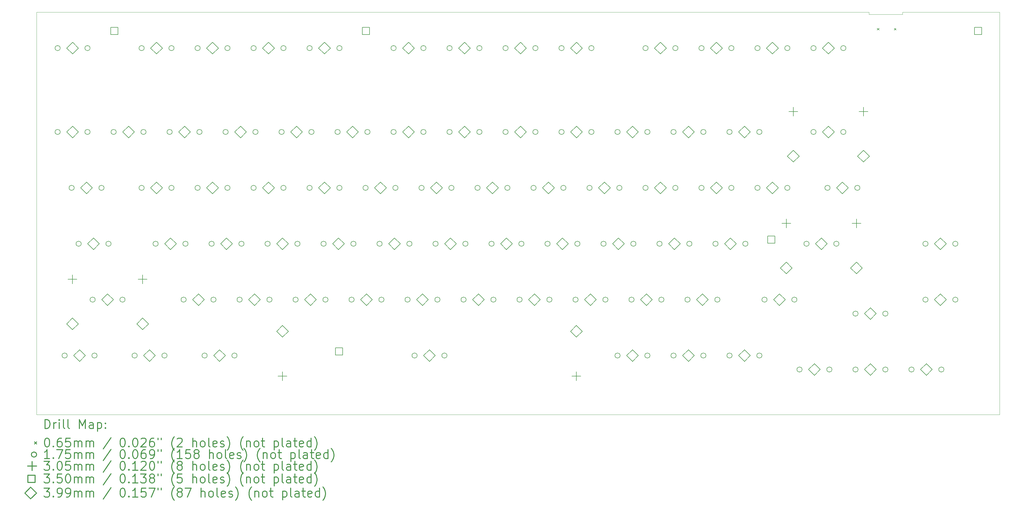
<source format=gbr>
%FSLAX45Y45*%
G04 Gerber Fmt 4.5, Leading zero omitted, Abs format (unit mm)*
G04 Created by KiCad (PCBNEW (5.1.9)-1) date 2021-06-02 15:51:53*
%MOMM*%
%LPD*%
G01*
G04 APERTURE LIST*
%TA.AperFunction,Profile*%
%ADD10C,0.050000*%
%TD*%
%ADD11C,0.200000*%
%ADD12C,0.300000*%
G04 APERTURE END LIST*
D10*
X37211000Y-7823200D02*
X37211000Y-7747000D01*
X36068000Y-7823200D02*
X37211000Y-7823200D01*
X36068000Y-7747000D02*
X36068000Y-7823200D01*
X36068000Y-7747000D02*
X7747000Y-7747000D01*
X40513000Y-7747000D02*
X37211000Y-7747000D01*
X7747000Y-21463000D02*
X7747000Y-7747000D01*
X40513000Y-21463000D02*
X7747000Y-21463000D01*
X40513000Y-7747000D02*
X40513000Y-21463000D01*
D11*
X36349750Y-8291875D02*
X36414750Y-8356875D01*
X36414750Y-8291875D02*
X36349750Y-8356875D01*
X36927750Y-8291875D02*
X36992750Y-8356875D01*
X36992750Y-8291875D02*
X36927750Y-8356875D01*
X8548875Y-8969375D02*
G75*
G03*
X8548875Y-8969375I-87500J0D01*
G01*
X8548875Y-11826875D02*
G75*
G03*
X8548875Y-11826875I-87500J0D01*
G01*
X8787000Y-19446875D02*
G75*
G03*
X8787000Y-19446875I-87500J0D01*
G01*
X9025125Y-13731875D02*
G75*
G03*
X9025125Y-13731875I-87500J0D01*
G01*
X9263250Y-15636875D02*
G75*
G03*
X9263250Y-15636875I-87500J0D01*
G01*
X9564875Y-8969375D02*
G75*
G03*
X9564875Y-8969375I-87500J0D01*
G01*
X9564875Y-11826875D02*
G75*
G03*
X9564875Y-11826875I-87500J0D01*
G01*
X9739500Y-17541875D02*
G75*
G03*
X9739500Y-17541875I-87500J0D01*
G01*
X9803000Y-19446875D02*
G75*
G03*
X9803000Y-19446875I-87500J0D01*
G01*
X10041125Y-13731875D02*
G75*
G03*
X10041125Y-13731875I-87500J0D01*
G01*
X10279250Y-15636875D02*
G75*
G03*
X10279250Y-15636875I-87500J0D01*
G01*
X10453875Y-11826875D02*
G75*
G03*
X10453875Y-11826875I-87500J0D01*
G01*
X10755500Y-17541875D02*
G75*
G03*
X10755500Y-17541875I-87500J0D01*
G01*
X11168250Y-19446875D02*
G75*
G03*
X11168250Y-19446875I-87500J0D01*
G01*
X11406375Y-8969375D02*
G75*
G03*
X11406375Y-8969375I-87500J0D01*
G01*
X11406375Y-13731875D02*
G75*
G03*
X11406375Y-13731875I-87500J0D01*
G01*
X11469875Y-11826875D02*
G75*
G03*
X11469875Y-11826875I-87500J0D01*
G01*
X11882625Y-15636875D02*
G75*
G03*
X11882625Y-15636875I-87500J0D01*
G01*
X12184250Y-19446875D02*
G75*
G03*
X12184250Y-19446875I-87500J0D01*
G01*
X12358875Y-11826875D02*
G75*
G03*
X12358875Y-11826875I-87500J0D01*
G01*
X12422375Y-8969375D02*
G75*
G03*
X12422375Y-8969375I-87500J0D01*
G01*
X12422375Y-13731875D02*
G75*
G03*
X12422375Y-13731875I-87500J0D01*
G01*
X12835125Y-17541875D02*
G75*
G03*
X12835125Y-17541875I-87500J0D01*
G01*
X12898625Y-15636875D02*
G75*
G03*
X12898625Y-15636875I-87500J0D01*
G01*
X13311375Y-8969375D02*
G75*
G03*
X13311375Y-8969375I-87500J0D01*
G01*
X13311375Y-13731875D02*
G75*
G03*
X13311375Y-13731875I-87500J0D01*
G01*
X13374875Y-11826875D02*
G75*
G03*
X13374875Y-11826875I-87500J0D01*
G01*
X13549500Y-19446875D02*
G75*
G03*
X13549500Y-19446875I-87500J0D01*
G01*
X13787625Y-15636875D02*
G75*
G03*
X13787625Y-15636875I-87500J0D01*
G01*
X13851125Y-17541875D02*
G75*
G03*
X13851125Y-17541875I-87500J0D01*
G01*
X14263875Y-11826875D02*
G75*
G03*
X14263875Y-11826875I-87500J0D01*
G01*
X14327375Y-8969375D02*
G75*
G03*
X14327375Y-8969375I-87500J0D01*
G01*
X14327375Y-13731875D02*
G75*
G03*
X14327375Y-13731875I-87500J0D01*
G01*
X14565500Y-19446875D02*
G75*
G03*
X14565500Y-19446875I-87500J0D01*
G01*
X14740125Y-17541875D02*
G75*
G03*
X14740125Y-17541875I-87500J0D01*
G01*
X14803625Y-15636875D02*
G75*
G03*
X14803625Y-15636875I-87500J0D01*
G01*
X15216375Y-8969375D02*
G75*
G03*
X15216375Y-8969375I-87500J0D01*
G01*
X15216375Y-13731875D02*
G75*
G03*
X15216375Y-13731875I-87500J0D01*
G01*
X15279875Y-11826875D02*
G75*
G03*
X15279875Y-11826875I-87500J0D01*
G01*
X15692625Y-15636875D02*
G75*
G03*
X15692625Y-15636875I-87500J0D01*
G01*
X15756125Y-17541875D02*
G75*
G03*
X15756125Y-17541875I-87500J0D01*
G01*
X16168875Y-11826875D02*
G75*
G03*
X16168875Y-11826875I-87500J0D01*
G01*
X16232375Y-8969375D02*
G75*
G03*
X16232375Y-8969375I-87500J0D01*
G01*
X16232375Y-13731875D02*
G75*
G03*
X16232375Y-13731875I-87500J0D01*
G01*
X16645125Y-17541875D02*
G75*
G03*
X16645125Y-17541875I-87500J0D01*
G01*
X16708625Y-15636875D02*
G75*
G03*
X16708625Y-15636875I-87500J0D01*
G01*
X17121375Y-8969375D02*
G75*
G03*
X17121375Y-8969375I-87500J0D01*
G01*
X17121375Y-13731875D02*
G75*
G03*
X17121375Y-13731875I-87500J0D01*
G01*
X17184875Y-11826875D02*
G75*
G03*
X17184875Y-11826875I-87500J0D01*
G01*
X17597625Y-15636875D02*
G75*
G03*
X17597625Y-15636875I-87500J0D01*
G01*
X17661125Y-17541875D02*
G75*
G03*
X17661125Y-17541875I-87500J0D01*
G01*
X18073875Y-11826875D02*
G75*
G03*
X18073875Y-11826875I-87500J0D01*
G01*
X18137375Y-8969375D02*
G75*
G03*
X18137375Y-8969375I-87500J0D01*
G01*
X18137375Y-13731875D02*
G75*
G03*
X18137375Y-13731875I-87500J0D01*
G01*
X18550125Y-17541875D02*
G75*
G03*
X18550125Y-17541875I-87500J0D01*
G01*
X18613625Y-15636875D02*
G75*
G03*
X18613625Y-15636875I-87500J0D01*
G01*
X19026375Y-13731875D02*
G75*
G03*
X19026375Y-13731875I-87500J0D01*
G01*
X19089875Y-11826875D02*
G75*
G03*
X19089875Y-11826875I-87500J0D01*
G01*
X19502625Y-15636875D02*
G75*
G03*
X19502625Y-15636875I-87500J0D01*
G01*
X19566125Y-17541875D02*
G75*
G03*
X19566125Y-17541875I-87500J0D01*
G01*
X19978875Y-8969375D02*
G75*
G03*
X19978875Y-8969375I-87500J0D01*
G01*
X19978875Y-11826875D02*
G75*
G03*
X19978875Y-11826875I-87500J0D01*
G01*
X20042375Y-13731875D02*
G75*
G03*
X20042375Y-13731875I-87500J0D01*
G01*
X20455125Y-17541875D02*
G75*
G03*
X20455125Y-17541875I-87500J0D01*
G01*
X20518625Y-15636875D02*
G75*
G03*
X20518625Y-15636875I-87500J0D01*
G01*
X20693250Y-19446875D02*
G75*
G03*
X20693250Y-19446875I-87500J0D01*
G01*
X20931375Y-13731875D02*
G75*
G03*
X20931375Y-13731875I-87500J0D01*
G01*
X20994875Y-8969375D02*
G75*
G03*
X20994875Y-8969375I-87500J0D01*
G01*
X20994875Y-11826875D02*
G75*
G03*
X20994875Y-11826875I-87500J0D01*
G01*
X21407625Y-15636875D02*
G75*
G03*
X21407625Y-15636875I-87500J0D01*
G01*
X21471125Y-17541875D02*
G75*
G03*
X21471125Y-17541875I-87500J0D01*
G01*
X21709250Y-19446875D02*
G75*
G03*
X21709250Y-19446875I-87500J0D01*
G01*
X21883875Y-8969375D02*
G75*
G03*
X21883875Y-8969375I-87500J0D01*
G01*
X21883875Y-11826875D02*
G75*
G03*
X21883875Y-11826875I-87500J0D01*
G01*
X21947375Y-13731875D02*
G75*
G03*
X21947375Y-13731875I-87500J0D01*
G01*
X22360125Y-17541875D02*
G75*
G03*
X22360125Y-17541875I-87500J0D01*
G01*
X22423625Y-15636875D02*
G75*
G03*
X22423625Y-15636875I-87500J0D01*
G01*
X22836375Y-13731875D02*
G75*
G03*
X22836375Y-13731875I-87500J0D01*
G01*
X22899875Y-8969375D02*
G75*
G03*
X22899875Y-8969375I-87500J0D01*
G01*
X22899875Y-11826875D02*
G75*
G03*
X22899875Y-11826875I-87500J0D01*
G01*
X23312625Y-15636875D02*
G75*
G03*
X23312625Y-15636875I-87500J0D01*
G01*
X23376125Y-17541875D02*
G75*
G03*
X23376125Y-17541875I-87500J0D01*
G01*
X23788875Y-8969375D02*
G75*
G03*
X23788875Y-8969375I-87500J0D01*
G01*
X23788875Y-11826875D02*
G75*
G03*
X23788875Y-11826875I-87500J0D01*
G01*
X23852375Y-13731875D02*
G75*
G03*
X23852375Y-13731875I-87500J0D01*
G01*
X24265125Y-17541875D02*
G75*
G03*
X24265125Y-17541875I-87500J0D01*
G01*
X24328625Y-15636875D02*
G75*
G03*
X24328625Y-15636875I-87500J0D01*
G01*
X24741375Y-13731875D02*
G75*
G03*
X24741375Y-13731875I-87500J0D01*
G01*
X24804875Y-8969375D02*
G75*
G03*
X24804875Y-8969375I-87500J0D01*
G01*
X24804875Y-11826875D02*
G75*
G03*
X24804875Y-11826875I-87500J0D01*
G01*
X25217625Y-15636875D02*
G75*
G03*
X25217625Y-15636875I-87500J0D01*
G01*
X25281125Y-17541875D02*
G75*
G03*
X25281125Y-17541875I-87500J0D01*
G01*
X25693875Y-8969375D02*
G75*
G03*
X25693875Y-8969375I-87500J0D01*
G01*
X25693875Y-11826875D02*
G75*
G03*
X25693875Y-11826875I-87500J0D01*
G01*
X25757375Y-13731875D02*
G75*
G03*
X25757375Y-13731875I-87500J0D01*
G01*
X26170125Y-17541875D02*
G75*
G03*
X26170125Y-17541875I-87500J0D01*
G01*
X26233625Y-15636875D02*
G75*
G03*
X26233625Y-15636875I-87500J0D01*
G01*
X26646375Y-13731875D02*
G75*
G03*
X26646375Y-13731875I-87500J0D01*
G01*
X26709875Y-8969375D02*
G75*
G03*
X26709875Y-8969375I-87500J0D01*
G01*
X26709875Y-11826875D02*
G75*
G03*
X26709875Y-11826875I-87500J0D01*
G01*
X27122625Y-15636875D02*
G75*
G03*
X27122625Y-15636875I-87500J0D01*
G01*
X27186125Y-17541875D02*
G75*
G03*
X27186125Y-17541875I-87500J0D01*
G01*
X27598875Y-11826875D02*
G75*
G03*
X27598875Y-11826875I-87500J0D01*
G01*
X27598875Y-19446875D02*
G75*
G03*
X27598875Y-19446875I-87500J0D01*
G01*
X27662375Y-13731875D02*
G75*
G03*
X27662375Y-13731875I-87500J0D01*
G01*
X28075125Y-17541875D02*
G75*
G03*
X28075125Y-17541875I-87500J0D01*
G01*
X28138625Y-15636875D02*
G75*
G03*
X28138625Y-15636875I-87500J0D01*
G01*
X28551375Y-8969375D02*
G75*
G03*
X28551375Y-8969375I-87500J0D01*
G01*
X28551375Y-13731875D02*
G75*
G03*
X28551375Y-13731875I-87500J0D01*
G01*
X28614875Y-11826875D02*
G75*
G03*
X28614875Y-11826875I-87500J0D01*
G01*
X28614875Y-19446875D02*
G75*
G03*
X28614875Y-19446875I-87500J0D01*
G01*
X29027625Y-15636875D02*
G75*
G03*
X29027625Y-15636875I-87500J0D01*
G01*
X29091125Y-17541875D02*
G75*
G03*
X29091125Y-17541875I-87500J0D01*
G01*
X29503875Y-11826875D02*
G75*
G03*
X29503875Y-11826875I-87500J0D01*
G01*
X29503875Y-19446875D02*
G75*
G03*
X29503875Y-19446875I-87500J0D01*
G01*
X29567375Y-8969375D02*
G75*
G03*
X29567375Y-8969375I-87500J0D01*
G01*
X29567375Y-13731875D02*
G75*
G03*
X29567375Y-13731875I-87500J0D01*
G01*
X29980125Y-17541875D02*
G75*
G03*
X29980125Y-17541875I-87500J0D01*
G01*
X30043625Y-15636875D02*
G75*
G03*
X30043625Y-15636875I-87500J0D01*
G01*
X30456375Y-8969375D02*
G75*
G03*
X30456375Y-8969375I-87500J0D01*
G01*
X30456375Y-13731875D02*
G75*
G03*
X30456375Y-13731875I-87500J0D01*
G01*
X30519875Y-11826875D02*
G75*
G03*
X30519875Y-11826875I-87500J0D01*
G01*
X30519875Y-19446875D02*
G75*
G03*
X30519875Y-19446875I-87500J0D01*
G01*
X30932625Y-15636875D02*
G75*
G03*
X30932625Y-15636875I-87500J0D01*
G01*
X30996125Y-17541875D02*
G75*
G03*
X30996125Y-17541875I-87500J0D01*
G01*
X31408875Y-11826875D02*
G75*
G03*
X31408875Y-11826875I-87500J0D01*
G01*
X31408875Y-19446875D02*
G75*
G03*
X31408875Y-19446875I-87500J0D01*
G01*
X31472375Y-8969375D02*
G75*
G03*
X31472375Y-8969375I-87500J0D01*
G01*
X31472375Y-13731875D02*
G75*
G03*
X31472375Y-13731875I-87500J0D01*
G01*
X31948625Y-15636875D02*
G75*
G03*
X31948625Y-15636875I-87500J0D01*
G01*
X32361375Y-8969375D02*
G75*
G03*
X32361375Y-8969375I-87500J0D01*
G01*
X32361375Y-13731875D02*
G75*
G03*
X32361375Y-13731875I-87500J0D01*
G01*
X32424875Y-11826875D02*
G75*
G03*
X32424875Y-11826875I-87500J0D01*
G01*
X32424875Y-19446875D02*
G75*
G03*
X32424875Y-19446875I-87500J0D01*
G01*
X32599500Y-17541875D02*
G75*
G03*
X32599500Y-17541875I-87500J0D01*
G01*
X33377375Y-8969375D02*
G75*
G03*
X33377375Y-8969375I-87500J0D01*
G01*
X33377375Y-13731875D02*
G75*
G03*
X33377375Y-13731875I-87500J0D01*
G01*
X33615500Y-17541875D02*
G75*
G03*
X33615500Y-17541875I-87500J0D01*
G01*
X33790125Y-19923125D02*
G75*
G03*
X33790125Y-19923125I-87500J0D01*
G01*
X34028250Y-15636875D02*
G75*
G03*
X34028250Y-15636875I-87500J0D01*
G01*
X34266375Y-8969375D02*
G75*
G03*
X34266375Y-8969375I-87500J0D01*
G01*
X34266375Y-11826875D02*
G75*
G03*
X34266375Y-11826875I-87500J0D01*
G01*
X34742625Y-13731875D02*
G75*
G03*
X34742625Y-13731875I-87500J0D01*
G01*
X34806125Y-19923125D02*
G75*
G03*
X34806125Y-19923125I-87500J0D01*
G01*
X35044250Y-15636875D02*
G75*
G03*
X35044250Y-15636875I-87500J0D01*
G01*
X35282375Y-8969375D02*
G75*
G03*
X35282375Y-8969375I-87500J0D01*
G01*
X35282375Y-11826875D02*
G75*
G03*
X35282375Y-11826875I-87500J0D01*
G01*
X35695125Y-18018125D02*
G75*
G03*
X35695125Y-18018125I-87500J0D01*
G01*
X35695125Y-19923125D02*
G75*
G03*
X35695125Y-19923125I-87500J0D01*
G01*
X35758625Y-13731875D02*
G75*
G03*
X35758625Y-13731875I-87500J0D01*
G01*
X36711125Y-18018125D02*
G75*
G03*
X36711125Y-18018125I-87500J0D01*
G01*
X36711125Y-19923125D02*
G75*
G03*
X36711125Y-19923125I-87500J0D01*
G01*
X37600125Y-19923125D02*
G75*
G03*
X37600125Y-19923125I-87500J0D01*
G01*
X38076375Y-15636875D02*
G75*
G03*
X38076375Y-15636875I-87500J0D01*
G01*
X38076375Y-17541875D02*
G75*
G03*
X38076375Y-17541875I-87500J0D01*
G01*
X38616125Y-19923125D02*
G75*
G03*
X38616125Y-19923125I-87500J0D01*
G01*
X39092375Y-15636875D02*
G75*
G03*
X39092375Y-15636875I-87500J0D01*
G01*
X39092375Y-17541875D02*
G75*
G03*
X39092375Y-17541875I-87500J0D01*
G01*
X8966200Y-16690975D02*
X8966200Y-16995775D01*
X8813800Y-16843375D02*
X9118600Y-16843375D01*
X11353800Y-16690975D02*
X11353800Y-16995775D01*
X11201400Y-16843375D02*
X11506200Y-16843375D01*
X16113760Y-19992975D02*
X16113760Y-20297775D01*
X15961360Y-20145375D02*
X16266160Y-20145375D01*
X26113740Y-19992975D02*
X26113740Y-20297775D01*
X25961340Y-20145375D02*
X26266140Y-20145375D01*
X33254950Y-14785975D02*
X33254950Y-15090775D01*
X33102550Y-14938375D02*
X33407350Y-14938375D01*
X33493075Y-10975975D02*
X33493075Y-11280775D01*
X33340675Y-11128375D02*
X33645475Y-11128375D01*
X35642550Y-14785975D02*
X35642550Y-15090775D01*
X35490150Y-14938375D02*
X35794950Y-14938375D01*
X35880675Y-10975975D02*
X35880675Y-11280775D01*
X35728275Y-11128375D02*
X36033075Y-11128375D01*
X10512345Y-8505745D02*
X10512345Y-8258255D01*
X10264855Y-8258255D01*
X10264855Y-8505745D01*
X10512345Y-8505745D01*
X18157745Y-19427745D02*
X18157745Y-19180255D01*
X17910255Y-19180255D01*
X17910255Y-19427745D01*
X18157745Y-19427745D01*
X19077225Y-8505745D02*
X19077225Y-8258255D01*
X18829735Y-8258255D01*
X18829735Y-8505745D01*
X19077225Y-8505745D01*
X32864345Y-15617745D02*
X32864345Y-15370255D01*
X32616855Y-15370255D01*
X32616855Y-15617745D01*
X32864345Y-15617745D01*
X39900145Y-8505745D02*
X39900145Y-8258255D01*
X39652655Y-8258255D01*
X39652655Y-8505745D01*
X39900145Y-8505745D01*
X8966200Y-18566765D02*
X9165590Y-18367375D01*
X8966200Y-18167985D01*
X8766810Y-18367375D01*
X8966200Y-18566765D01*
X8969375Y-9168765D02*
X9168765Y-8969375D01*
X8969375Y-8769985D01*
X8769985Y-8969375D01*
X8969375Y-9168765D01*
X8969375Y-12026265D02*
X9168765Y-11826875D01*
X8969375Y-11627485D01*
X8769985Y-11826875D01*
X8969375Y-12026265D01*
X9207500Y-19646265D02*
X9406890Y-19446875D01*
X9207500Y-19247485D01*
X9008110Y-19446875D01*
X9207500Y-19646265D01*
X9445625Y-13931265D02*
X9645015Y-13731875D01*
X9445625Y-13532485D01*
X9246235Y-13731875D01*
X9445625Y-13931265D01*
X9683750Y-15836265D02*
X9883140Y-15636875D01*
X9683750Y-15437485D01*
X9484360Y-15636875D01*
X9683750Y-15836265D01*
X10160000Y-17741265D02*
X10359390Y-17541875D01*
X10160000Y-17342485D01*
X9960610Y-17541875D01*
X10160000Y-17741265D01*
X10874375Y-12026265D02*
X11073765Y-11826875D01*
X10874375Y-11627485D01*
X10674985Y-11826875D01*
X10874375Y-12026265D01*
X11353800Y-18566765D02*
X11553190Y-18367375D01*
X11353800Y-18167985D01*
X11154410Y-18367375D01*
X11353800Y-18566765D01*
X11588750Y-19646265D02*
X11788140Y-19446875D01*
X11588750Y-19247485D01*
X11389360Y-19446875D01*
X11588750Y-19646265D01*
X11826875Y-9168765D02*
X12026265Y-8969375D01*
X11826875Y-8769985D01*
X11627485Y-8969375D01*
X11826875Y-9168765D01*
X11826875Y-13931265D02*
X12026265Y-13731875D01*
X11826875Y-13532485D01*
X11627485Y-13731875D01*
X11826875Y-13931265D01*
X12303125Y-15836265D02*
X12502515Y-15636875D01*
X12303125Y-15437485D01*
X12103735Y-15636875D01*
X12303125Y-15836265D01*
X12779375Y-12026265D02*
X12978765Y-11826875D01*
X12779375Y-11627485D01*
X12579985Y-11826875D01*
X12779375Y-12026265D01*
X13255625Y-17741265D02*
X13455015Y-17541875D01*
X13255625Y-17342485D01*
X13056235Y-17541875D01*
X13255625Y-17741265D01*
X13731875Y-9168765D02*
X13931265Y-8969375D01*
X13731875Y-8769985D01*
X13532485Y-8969375D01*
X13731875Y-9168765D01*
X13731875Y-13931265D02*
X13931265Y-13731875D01*
X13731875Y-13532485D01*
X13532485Y-13731875D01*
X13731875Y-13931265D01*
X13970000Y-19646265D02*
X14169390Y-19446875D01*
X13970000Y-19247485D01*
X13770610Y-19446875D01*
X13970000Y-19646265D01*
X14208125Y-15836265D02*
X14407515Y-15636875D01*
X14208125Y-15437485D01*
X14008735Y-15636875D01*
X14208125Y-15836265D01*
X14684375Y-12026265D02*
X14883765Y-11826875D01*
X14684375Y-11627485D01*
X14484985Y-11826875D01*
X14684375Y-12026265D01*
X15160625Y-17741265D02*
X15360015Y-17541875D01*
X15160625Y-17342485D01*
X14961235Y-17541875D01*
X15160625Y-17741265D01*
X15636875Y-9168765D02*
X15836265Y-8969375D01*
X15636875Y-8769985D01*
X15437485Y-8969375D01*
X15636875Y-9168765D01*
X15636875Y-13931265D02*
X15836265Y-13731875D01*
X15636875Y-13532485D01*
X15437485Y-13731875D01*
X15636875Y-13931265D01*
X16113125Y-15836265D02*
X16312515Y-15636875D01*
X16113125Y-15437485D01*
X15913735Y-15636875D01*
X16113125Y-15836265D01*
X16113760Y-18820765D02*
X16313150Y-18621375D01*
X16113760Y-18421985D01*
X15914370Y-18621375D01*
X16113760Y-18820765D01*
X16589375Y-12026265D02*
X16788765Y-11826875D01*
X16589375Y-11627485D01*
X16389985Y-11826875D01*
X16589375Y-12026265D01*
X17065625Y-17741265D02*
X17265015Y-17541875D01*
X17065625Y-17342485D01*
X16866235Y-17541875D01*
X17065625Y-17741265D01*
X17541875Y-9168765D02*
X17741265Y-8969375D01*
X17541875Y-8769985D01*
X17342485Y-8969375D01*
X17541875Y-9168765D01*
X17541875Y-13931265D02*
X17741265Y-13731875D01*
X17541875Y-13532485D01*
X17342485Y-13731875D01*
X17541875Y-13931265D01*
X18018125Y-15836265D02*
X18217515Y-15636875D01*
X18018125Y-15437485D01*
X17818735Y-15636875D01*
X18018125Y-15836265D01*
X18494375Y-12026265D02*
X18693765Y-11826875D01*
X18494375Y-11627485D01*
X18294985Y-11826875D01*
X18494375Y-12026265D01*
X18970625Y-17741265D02*
X19170015Y-17541875D01*
X18970625Y-17342485D01*
X18771235Y-17541875D01*
X18970625Y-17741265D01*
X19446875Y-13931265D02*
X19646265Y-13731875D01*
X19446875Y-13532485D01*
X19247485Y-13731875D01*
X19446875Y-13931265D01*
X19923125Y-15836265D02*
X20122515Y-15636875D01*
X19923125Y-15437485D01*
X19723735Y-15636875D01*
X19923125Y-15836265D01*
X20399375Y-9168765D02*
X20598765Y-8969375D01*
X20399375Y-8769985D01*
X20199985Y-8969375D01*
X20399375Y-9168765D01*
X20399375Y-12026265D02*
X20598765Y-11826875D01*
X20399375Y-11627485D01*
X20199985Y-11826875D01*
X20399375Y-12026265D01*
X20875625Y-17741265D02*
X21075015Y-17541875D01*
X20875625Y-17342485D01*
X20676235Y-17541875D01*
X20875625Y-17741265D01*
X21113750Y-19646265D02*
X21313140Y-19446875D01*
X21113750Y-19247485D01*
X20914360Y-19446875D01*
X21113750Y-19646265D01*
X21351875Y-13931265D02*
X21551265Y-13731875D01*
X21351875Y-13532485D01*
X21152485Y-13731875D01*
X21351875Y-13931265D01*
X21828125Y-15836265D02*
X22027515Y-15636875D01*
X21828125Y-15437485D01*
X21628735Y-15636875D01*
X21828125Y-15836265D01*
X22304375Y-9168765D02*
X22503765Y-8969375D01*
X22304375Y-8769985D01*
X22104985Y-8969375D01*
X22304375Y-9168765D01*
X22304375Y-12026265D02*
X22503765Y-11826875D01*
X22304375Y-11627485D01*
X22104985Y-11826875D01*
X22304375Y-12026265D01*
X22780625Y-17741265D02*
X22980015Y-17541875D01*
X22780625Y-17342485D01*
X22581235Y-17541875D01*
X22780625Y-17741265D01*
X23256875Y-13931265D02*
X23456265Y-13731875D01*
X23256875Y-13532485D01*
X23057485Y-13731875D01*
X23256875Y-13931265D01*
X23733125Y-15836265D02*
X23932515Y-15636875D01*
X23733125Y-15437485D01*
X23533735Y-15636875D01*
X23733125Y-15836265D01*
X24209375Y-9168765D02*
X24408765Y-8969375D01*
X24209375Y-8769985D01*
X24009985Y-8969375D01*
X24209375Y-9168765D01*
X24209375Y-12026265D02*
X24408765Y-11826875D01*
X24209375Y-11627485D01*
X24009985Y-11826875D01*
X24209375Y-12026265D01*
X24685625Y-17741265D02*
X24885015Y-17541875D01*
X24685625Y-17342485D01*
X24486235Y-17541875D01*
X24685625Y-17741265D01*
X25161875Y-13931265D02*
X25361265Y-13731875D01*
X25161875Y-13532485D01*
X24962485Y-13731875D01*
X25161875Y-13931265D01*
X25638125Y-15836265D02*
X25837515Y-15636875D01*
X25638125Y-15437485D01*
X25438735Y-15636875D01*
X25638125Y-15836265D01*
X26113740Y-18820765D02*
X26313130Y-18621375D01*
X26113740Y-18421985D01*
X25914350Y-18621375D01*
X26113740Y-18820765D01*
X26114375Y-9168765D02*
X26313765Y-8969375D01*
X26114375Y-8769985D01*
X25914985Y-8969375D01*
X26114375Y-9168765D01*
X26114375Y-12026265D02*
X26313765Y-11826875D01*
X26114375Y-11627485D01*
X25914985Y-11826875D01*
X26114375Y-12026265D01*
X26590625Y-17741265D02*
X26790015Y-17541875D01*
X26590625Y-17342485D01*
X26391235Y-17541875D01*
X26590625Y-17741265D01*
X27066875Y-13931265D02*
X27266265Y-13731875D01*
X27066875Y-13532485D01*
X26867485Y-13731875D01*
X27066875Y-13931265D01*
X27543125Y-15836265D02*
X27742515Y-15636875D01*
X27543125Y-15437485D01*
X27343735Y-15636875D01*
X27543125Y-15836265D01*
X28019375Y-12026265D02*
X28218765Y-11826875D01*
X28019375Y-11627485D01*
X27819985Y-11826875D01*
X28019375Y-12026265D01*
X28019375Y-19646265D02*
X28218765Y-19446875D01*
X28019375Y-19247485D01*
X27819985Y-19446875D01*
X28019375Y-19646265D01*
X28495625Y-17741265D02*
X28695015Y-17541875D01*
X28495625Y-17342485D01*
X28296235Y-17541875D01*
X28495625Y-17741265D01*
X28971875Y-9168765D02*
X29171265Y-8969375D01*
X28971875Y-8769985D01*
X28772485Y-8969375D01*
X28971875Y-9168765D01*
X28971875Y-13931265D02*
X29171265Y-13731875D01*
X28971875Y-13532485D01*
X28772485Y-13731875D01*
X28971875Y-13931265D01*
X29448125Y-15836265D02*
X29647515Y-15636875D01*
X29448125Y-15437485D01*
X29248735Y-15636875D01*
X29448125Y-15836265D01*
X29924375Y-12026265D02*
X30123765Y-11826875D01*
X29924375Y-11627485D01*
X29724985Y-11826875D01*
X29924375Y-12026265D01*
X29924375Y-19646265D02*
X30123765Y-19446875D01*
X29924375Y-19247485D01*
X29724985Y-19446875D01*
X29924375Y-19646265D01*
X30400625Y-17741265D02*
X30600015Y-17541875D01*
X30400625Y-17342485D01*
X30201235Y-17541875D01*
X30400625Y-17741265D01*
X30876875Y-9168765D02*
X31076265Y-8969375D01*
X30876875Y-8769985D01*
X30677485Y-8969375D01*
X30876875Y-9168765D01*
X30876875Y-13931265D02*
X31076265Y-13731875D01*
X30876875Y-13532485D01*
X30677485Y-13731875D01*
X30876875Y-13931265D01*
X31353125Y-15836265D02*
X31552515Y-15636875D01*
X31353125Y-15437485D01*
X31153735Y-15636875D01*
X31353125Y-15836265D01*
X31829375Y-12026265D02*
X32028765Y-11826875D01*
X31829375Y-11627485D01*
X31629985Y-11826875D01*
X31829375Y-12026265D01*
X31829375Y-19646265D02*
X32028765Y-19446875D01*
X31829375Y-19247485D01*
X31629985Y-19446875D01*
X31829375Y-19646265D01*
X32781875Y-9168765D02*
X32981265Y-8969375D01*
X32781875Y-8769985D01*
X32582485Y-8969375D01*
X32781875Y-9168765D01*
X32781875Y-13931265D02*
X32981265Y-13731875D01*
X32781875Y-13532485D01*
X32582485Y-13731875D01*
X32781875Y-13931265D01*
X33020000Y-17741265D02*
X33219390Y-17541875D01*
X33020000Y-17342485D01*
X32820610Y-17541875D01*
X33020000Y-17741265D01*
X33254950Y-16661765D02*
X33454340Y-16462375D01*
X33254950Y-16262985D01*
X33055560Y-16462375D01*
X33254950Y-16661765D01*
X33493075Y-12851765D02*
X33692465Y-12652375D01*
X33493075Y-12452985D01*
X33293685Y-12652375D01*
X33493075Y-12851765D01*
X34210625Y-20122515D02*
X34410015Y-19923125D01*
X34210625Y-19723735D01*
X34011235Y-19923125D01*
X34210625Y-20122515D01*
X34448750Y-15836265D02*
X34648140Y-15636875D01*
X34448750Y-15437485D01*
X34249360Y-15636875D01*
X34448750Y-15836265D01*
X34686875Y-9168765D02*
X34886265Y-8969375D01*
X34686875Y-8769985D01*
X34487485Y-8969375D01*
X34686875Y-9168765D01*
X34686875Y-12026265D02*
X34886265Y-11826875D01*
X34686875Y-11627485D01*
X34487485Y-11826875D01*
X34686875Y-12026265D01*
X35163125Y-13931265D02*
X35362515Y-13731875D01*
X35163125Y-13532485D01*
X34963735Y-13731875D01*
X35163125Y-13931265D01*
X35642550Y-16661765D02*
X35841940Y-16462375D01*
X35642550Y-16262985D01*
X35443160Y-16462375D01*
X35642550Y-16661765D01*
X35880675Y-12851765D02*
X36080065Y-12652375D01*
X35880675Y-12452985D01*
X35681285Y-12652375D01*
X35880675Y-12851765D01*
X36115625Y-18217515D02*
X36315015Y-18018125D01*
X36115625Y-17818735D01*
X35916235Y-18018125D01*
X36115625Y-18217515D01*
X36115625Y-20122515D02*
X36315015Y-19923125D01*
X36115625Y-19723735D01*
X35916235Y-19923125D01*
X36115625Y-20122515D01*
X38020625Y-20122515D02*
X38220015Y-19923125D01*
X38020625Y-19723735D01*
X37821235Y-19923125D01*
X38020625Y-20122515D01*
X38496875Y-15836265D02*
X38696265Y-15636875D01*
X38496875Y-15437485D01*
X38297485Y-15636875D01*
X38496875Y-15836265D01*
X38496875Y-17741265D02*
X38696265Y-17541875D01*
X38496875Y-17342485D01*
X38297485Y-17541875D01*
X38496875Y-17741265D01*
D12*
X8030928Y-21931214D02*
X8030928Y-21631214D01*
X8102357Y-21631214D01*
X8145214Y-21645500D01*
X8173786Y-21674072D01*
X8188071Y-21702643D01*
X8202357Y-21759786D01*
X8202357Y-21802643D01*
X8188071Y-21859786D01*
X8173786Y-21888357D01*
X8145214Y-21916929D01*
X8102357Y-21931214D01*
X8030928Y-21931214D01*
X8330928Y-21931214D02*
X8330928Y-21731214D01*
X8330928Y-21788357D02*
X8345214Y-21759786D01*
X8359500Y-21745500D01*
X8388071Y-21731214D01*
X8416643Y-21731214D01*
X8516643Y-21931214D02*
X8516643Y-21731214D01*
X8516643Y-21631214D02*
X8502357Y-21645500D01*
X8516643Y-21659786D01*
X8530928Y-21645500D01*
X8516643Y-21631214D01*
X8516643Y-21659786D01*
X8702357Y-21931214D02*
X8673786Y-21916929D01*
X8659500Y-21888357D01*
X8659500Y-21631214D01*
X8859500Y-21931214D02*
X8830928Y-21916929D01*
X8816643Y-21888357D01*
X8816643Y-21631214D01*
X9202357Y-21931214D02*
X9202357Y-21631214D01*
X9302357Y-21845500D01*
X9402357Y-21631214D01*
X9402357Y-21931214D01*
X9673786Y-21931214D02*
X9673786Y-21774072D01*
X9659500Y-21745500D01*
X9630928Y-21731214D01*
X9573786Y-21731214D01*
X9545214Y-21745500D01*
X9673786Y-21916929D02*
X9645214Y-21931214D01*
X9573786Y-21931214D01*
X9545214Y-21916929D01*
X9530928Y-21888357D01*
X9530928Y-21859786D01*
X9545214Y-21831214D01*
X9573786Y-21816929D01*
X9645214Y-21816929D01*
X9673786Y-21802643D01*
X9816643Y-21731214D02*
X9816643Y-22031214D01*
X9816643Y-21745500D02*
X9845214Y-21731214D01*
X9902357Y-21731214D01*
X9930928Y-21745500D01*
X9945214Y-21759786D01*
X9959500Y-21788357D01*
X9959500Y-21874072D01*
X9945214Y-21902643D01*
X9930928Y-21916929D01*
X9902357Y-21931214D01*
X9845214Y-21931214D01*
X9816643Y-21916929D01*
X10088071Y-21902643D02*
X10102357Y-21916929D01*
X10088071Y-21931214D01*
X10073786Y-21916929D01*
X10088071Y-21902643D01*
X10088071Y-21931214D01*
X10088071Y-21745500D02*
X10102357Y-21759786D01*
X10088071Y-21774072D01*
X10073786Y-21759786D01*
X10088071Y-21745500D01*
X10088071Y-21774072D01*
X7679500Y-22393000D02*
X7744500Y-22458000D01*
X7744500Y-22393000D02*
X7679500Y-22458000D01*
X8088071Y-22261214D02*
X8116643Y-22261214D01*
X8145214Y-22275500D01*
X8159500Y-22289786D01*
X8173786Y-22318357D01*
X8188071Y-22375500D01*
X8188071Y-22446929D01*
X8173786Y-22504071D01*
X8159500Y-22532643D01*
X8145214Y-22546929D01*
X8116643Y-22561214D01*
X8088071Y-22561214D01*
X8059500Y-22546929D01*
X8045214Y-22532643D01*
X8030928Y-22504071D01*
X8016643Y-22446929D01*
X8016643Y-22375500D01*
X8030928Y-22318357D01*
X8045214Y-22289786D01*
X8059500Y-22275500D01*
X8088071Y-22261214D01*
X8316643Y-22532643D02*
X8330928Y-22546929D01*
X8316643Y-22561214D01*
X8302357Y-22546929D01*
X8316643Y-22532643D01*
X8316643Y-22561214D01*
X8588071Y-22261214D02*
X8530928Y-22261214D01*
X8502357Y-22275500D01*
X8488071Y-22289786D01*
X8459500Y-22332643D01*
X8445214Y-22389786D01*
X8445214Y-22504071D01*
X8459500Y-22532643D01*
X8473786Y-22546929D01*
X8502357Y-22561214D01*
X8559500Y-22561214D01*
X8588071Y-22546929D01*
X8602357Y-22532643D01*
X8616643Y-22504071D01*
X8616643Y-22432643D01*
X8602357Y-22404071D01*
X8588071Y-22389786D01*
X8559500Y-22375500D01*
X8502357Y-22375500D01*
X8473786Y-22389786D01*
X8459500Y-22404071D01*
X8445214Y-22432643D01*
X8888071Y-22261214D02*
X8745214Y-22261214D01*
X8730928Y-22404071D01*
X8745214Y-22389786D01*
X8773786Y-22375500D01*
X8845214Y-22375500D01*
X8873786Y-22389786D01*
X8888071Y-22404071D01*
X8902357Y-22432643D01*
X8902357Y-22504071D01*
X8888071Y-22532643D01*
X8873786Y-22546929D01*
X8845214Y-22561214D01*
X8773786Y-22561214D01*
X8745214Y-22546929D01*
X8730928Y-22532643D01*
X9030928Y-22561214D02*
X9030928Y-22361214D01*
X9030928Y-22389786D02*
X9045214Y-22375500D01*
X9073786Y-22361214D01*
X9116643Y-22361214D01*
X9145214Y-22375500D01*
X9159500Y-22404071D01*
X9159500Y-22561214D01*
X9159500Y-22404071D02*
X9173786Y-22375500D01*
X9202357Y-22361214D01*
X9245214Y-22361214D01*
X9273786Y-22375500D01*
X9288071Y-22404071D01*
X9288071Y-22561214D01*
X9430928Y-22561214D02*
X9430928Y-22361214D01*
X9430928Y-22389786D02*
X9445214Y-22375500D01*
X9473786Y-22361214D01*
X9516643Y-22361214D01*
X9545214Y-22375500D01*
X9559500Y-22404071D01*
X9559500Y-22561214D01*
X9559500Y-22404071D02*
X9573786Y-22375500D01*
X9602357Y-22361214D01*
X9645214Y-22361214D01*
X9673786Y-22375500D01*
X9688071Y-22404071D01*
X9688071Y-22561214D01*
X10273786Y-22246929D02*
X10016643Y-22632643D01*
X10659500Y-22261214D02*
X10688071Y-22261214D01*
X10716643Y-22275500D01*
X10730928Y-22289786D01*
X10745214Y-22318357D01*
X10759500Y-22375500D01*
X10759500Y-22446929D01*
X10745214Y-22504071D01*
X10730928Y-22532643D01*
X10716643Y-22546929D01*
X10688071Y-22561214D01*
X10659500Y-22561214D01*
X10630928Y-22546929D01*
X10616643Y-22532643D01*
X10602357Y-22504071D01*
X10588071Y-22446929D01*
X10588071Y-22375500D01*
X10602357Y-22318357D01*
X10616643Y-22289786D01*
X10630928Y-22275500D01*
X10659500Y-22261214D01*
X10888071Y-22532643D02*
X10902357Y-22546929D01*
X10888071Y-22561214D01*
X10873786Y-22546929D01*
X10888071Y-22532643D01*
X10888071Y-22561214D01*
X11088071Y-22261214D02*
X11116643Y-22261214D01*
X11145214Y-22275500D01*
X11159500Y-22289786D01*
X11173786Y-22318357D01*
X11188071Y-22375500D01*
X11188071Y-22446929D01*
X11173786Y-22504071D01*
X11159500Y-22532643D01*
X11145214Y-22546929D01*
X11116643Y-22561214D01*
X11088071Y-22561214D01*
X11059500Y-22546929D01*
X11045214Y-22532643D01*
X11030928Y-22504071D01*
X11016643Y-22446929D01*
X11016643Y-22375500D01*
X11030928Y-22318357D01*
X11045214Y-22289786D01*
X11059500Y-22275500D01*
X11088071Y-22261214D01*
X11302357Y-22289786D02*
X11316643Y-22275500D01*
X11345214Y-22261214D01*
X11416643Y-22261214D01*
X11445214Y-22275500D01*
X11459500Y-22289786D01*
X11473786Y-22318357D01*
X11473786Y-22346929D01*
X11459500Y-22389786D01*
X11288071Y-22561214D01*
X11473786Y-22561214D01*
X11730928Y-22261214D02*
X11673786Y-22261214D01*
X11645214Y-22275500D01*
X11630928Y-22289786D01*
X11602357Y-22332643D01*
X11588071Y-22389786D01*
X11588071Y-22504071D01*
X11602357Y-22532643D01*
X11616643Y-22546929D01*
X11645214Y-22561214D01*
X11702357Y-22561214D01*
X11730928Y-22546929D01*
X11745214Y-22532643D01*
X11759500Y-22504071D01*
X11759500Y-22432643D01*
X11745214Y-22404071D01*
X11730928Y-22389786D01*
X11702357Y-22375500D01*
X11645214Y-22375500D01*
X11616643Y-22389786D01*
X11602357Y-22404071D01*
X11588071Y-22432643D01*
X11873786Y-22261214D02*
X11873786Y-22318357D01*
X11988071Y-22261214D02*
X11988071Y-22318357D01*
X12430928Y-22675500D02*
X12416643Y-22661214D01*
X12388071Y-22618357D01*
X12373786Y-22589786D01*
X12359500Y-22546929D01*
X12345214Y-22475500D01*
X12345214Y-22418357D01*
X12359500Y-22346929D01*
X12373786Y-22304072D01*
X12388071Y-22275500D01*
X12416643Y-22232643D01*
X12430928Y-22218357D01*
X12530928Y-22289786D02*
X12545214Y-22275500D01*
X12573786Y-22261214D01*
X12645214Y-22261214D01*
X12673786Y-22275500D01*
X12688071Y-22289786D01*
X12702357Y-22318357D01*
X12702357Y-22346929D01*
X12688071Y-22389786D01*
X12516643Y-22561214D01*
X12702357Y-22561214D01*
X13059500Y-22561214D02*
X13059500Y-22261214D01*
X13188071Y-22561214D02*
X13188071Y-22404071D01*
X13173786Y-22375500D01*
X13145214Y-22361214D01*
X13102357Y-22361214D01*
X13073786Y-22375500D01*
X13059500Y-22389786D01*
X13373786Y-22561214D02*
X13345214Y-22546929D01*
X13330928Y-22532643D01*
X13316643Y-22504071D01*
X13316643Y-22418357D01*
X13330928Y-22389786D01*
X13345214Y-22375500D01*
X13373786Y-22361214D01*
X13416643Y-22361214D01*
X13445214Y-22375500D01*
X13459500Y-22389786D01*
X13473786Y-22418357D01*
X13473786Y-22504071D01*
X13459500Y-22532643D01*
X13445214Y-22546929D01*
X13416643Y-22561214D01*
X13373786Y-22561214D01*
X13645214Y-22561214D02*
X13616643Y-22546929D01*
X13602357Y-22518357D01*
X13602357Y-22261214D01*
X13873786Y-22546929D02*
X13845214Y-22561214D01*
X13788071Y-22561214D01*
X13759500Y-22546929D01*
X13745214Y-22518357D01*
X13745214Y-22404071D01*
X13759500Y-22375500D01*
X13788071Y-22361214D01*
X13845214Y-22361214D01*
X13873786Y-22375500D01*
X13888071Y-22404071D01*
X13888071Y-22432643D01*
X13745214Y-22461214D01*
X14002357Y-22546929D02*
X14030928Y-22561214D01*
X14088071Y-22561214D01*
X14116643Y-22546929D01*
X14130928Y-22518357D01*
X14130928Y-22504071D01*
X14116643Y-22475500D01*
X14088071Y-22461214D01*
X14045214Y-22461214D01*
X14016643Y-22446929D01*
X14002357Y-22418357D01*
X14002357Y-22404071D01*
X14016643Y-22375500D01*
X14045214Y-22361214D01*
X14088071Y-22361214D01*
X14116643Y-22375500D01*
X14230928Y-22675500D02*
X14245214Y-22661214D01*
X14273786Y-22618357D01*
X14288071Y-22589786D01*
X14302357Y-22546929D01*
X14316643Y-22475500D01*
X14316643Y-22418357D01*
X14302357Y-22346929D01*
X14288071Y-22304072D01*
X14273786Y-22275500D01*
X14245214Y-22232643D01*
X14230928Y-22218357D01*
X14773786Y-22675500D02*
X14759500Y-22661214D01*
X14730928Y-22618357D01*
X14716643Y-22589786D01*
X14702357Y-22546929D01*
X14688071Y-22475500D01*
X14688071Y-22418357D01*
X14702357Y-22346929D01*
X14716643Y-22304072D01*
X14730928Y-22275500D01*
X14759500Y-22232643D01*
X14773786Y-22218357D01*
X14888071Y-22361214D02*
X14888071Y-22561214D01*
X14888071Y-22389786D02*
X14902357Y-22375500D01*
X14930928Y-22361214D01*
X14973786Y-22361214D01*
X15002357Y-22375500D01*
X15016643Y-22404071D01*
X15016643Y-22561214D01*
X15202357Y-22561214D02*
X15173786Y-22546929D01*
X15159500Y-22532643D01*
X15145214Y-22504071D01*
X15145214Y-22418357D01*
X15159500Y-22389786D01*
X15173786Y-22375500D01*
X15202357Y-22361214D01*
X15245214Y-22361214D01*
X15273786Y-22375500D01*
X15288071Y-22389786D01*
X15302357Y-22418357D01*
X15302357Y-22504071D01*
X15288071Y-22532643D01*
X15273786Y-22546929D01*
X15245214Y-22561214D01*
X15202357Y-22561214D01*
X15388071Y-22361214D02*
X15502357Y-22361214D01*
X15430928Y-22261214D02*
X15430928Y-22518357D01*
X15445214Y-22546929D01*
X15473786Y-22561214D01*
X15502357Y-22561214D01*
X15830928Y-22361214D02*
X15830928Y-22661214D01*
X15830928Y-22375500D02*
X15859500Y-22361214D01*
X15916643Y-22361214D01*
X15945214Y-22375500D01*
X15959500Y-22389786D01*
X15973786Y-22418357D01*
X15973786Y-22504071D01*
X15959500Y-22532643D01*
X15945214Y-22546929D01*
X15916643Y-22561214D01*
X15859500Y-22561214D01*
X15830928Y-22546929D01*
X16145214Y-22561214D02*
X16116643Y-22546929D01*
X16102357Y-22518357D01*
X16102357Y-22261214D01*
X16388071Y-22561214D02*
X16388071Y-22404071D01*
X16373786Y-22375500D01*
X16345214Y-22361214D01*
X16288071Y-22361214D01*
X16259500Y-22375500D01*
X16388071Y-22546929D02*
X16359500Y-22561214D01*
X16288071Y-22561214D01*
X16259500Y-22546929D01*
X16245214Y-22518357D01*
X16245214Y-22489786D01*
X16259500Y-22461214D01*
X16288071Y-22446929D01*
X16359500Y-22446929D01*
X16388071Y-22432643D01*
X16488071Y-22361214D02*
X16602357Y-22361214D01*
X16530928Y-22261214D02*
X16530928Y-22518357D01*
X16545214Y-22546929D01*
X16573786Y-22561214D01*
X16602357Y-22561214D01*
X16816643Y-22546929D02*
X16788071Y-22561214D01*
X16730928Y-22561214D01*
X16702357Y-22546929D01*
X16688071Y-22518357D01*
X16688071Y-22404071D01*
X16702357Y-22375500D01*
X16730928Y-22361214D01*
X16788071Y-22361214D01*
X16816643Y-22375500D01*
X16830928Y-22404071D01*
X16830928Y-22432643D01*
X16688071Y-22461214D01*
X17088071Y-22561214D02*
X17088071Y-22261214D01*
X17088071Y-22546929D02*
X17059500Y-22561214D01*
X17002357Y-22561214D01*
X16973786Y-22546929D01*
X16959500Y-22532643D01*
X16945214Y-22504071D01*
X16945214Y-22418357D01*
X16959500Y-22389786D01*
X16973786Y-22375500D01*
X17002357Y-22361214D01*
X17059500Y-22361214D01*
X17088071Y-22375500D01*
X17202357Y-22675500D02*
X17216643Y-22661214D01*
X17245214Y-22618357D01*
X17259500Y-22589786D01*
X17273786Y-22546929D01*
X17288071Y-22475500D01*
X17288071Y-22418357D01*
X17273786Y-22346929D01*
X17259500Y-22304072D01*
X17245214Y-22275500D01*
X17216643Y-22232643D01*
X17202357Y-22218357D01*
X7744500Y-22821500D02*
G75*
G03*
X7744500Y-22821500I-87500J0D01*
G01*
X8188071Y-22957214D02*
X8016643Y-22957214D01*
X8102357Y-22957214D02*
X8102357Y-22657214D01*
X8073786Y-22700071D01*
X8045214Y-22728643D01*
X8016643Y-22742929D01*
X8316643Y-22928643D02*
X8330928Y-22942929D01*
X8316643Y-22957214D01*
X8302357Y-22942929D01*
X8316643Y-22928643D01*
X8316643Y-22957214D01*
X8430928Y-22657214D02*
X8630928Y-22657214D01*
X8502357Y-22957214D01*
X8888071Y-22657214D02*
X8745214Y-22657214D01*
X8730928Y-22800071D01*
X8745214Y-22785786D01*
X8773786Y-22771500D01*
X8845214Y-22771500D01*
X8873786Y-22785786D01*
X8888071Y-22800071D01*
X8902357Y-22828643D01*
X8902357Y-22900071D01*
X8888071Y-22928643D01*
X8873786Y-22942929D01*
X8845214Y-22957214D01*
X8773786Y-22957214D01*
X8745214Y-22942929D01*
X8730928Y-22928643D01*
X9030928Y-22957214D02*
X9030928Y-22757214D01*
X9030928Y-22785786D02*
X9045214Y-22771500D01*
X9073786Y-22757214D01*
X9116643Y-22757214D01*
X9145214Y-22771500D01*
X9159500Y-22800071D01*
X9159500Y-22957214D01*
X9159500Y-22800071D02*
X9173786Y-22771500D01*
X9202357Y-22757214D01*
X9245214Y-22757214D01*
X9273786Y-22771500D01*
X9288071Y-22800071D01*
X9288071Y-22957214D01*
X9430928Y-22957214D02*
X9430928Y-22757214D01*
X9430928Y-22785786D02*
X9445214Y-22771500D01*
X9473786Y-22757214D01*
X9516643Y-22757214D01*
X9545214Y-22771500D01*
X9559500Y-22800071D01*
X9559500Y-22957214D01*
X9559500Y-22800071D02*
X9573786Y-22771500D01*
X9602357Y-22757214D01*
X9645214Y-22757214D01*
X9673786Y-22771500D01*
X9688071Y-22800071D01*
X9688071Y-22957214D01*
X10273786Y-22642929D02*
X10016643Y-23028643D01*
X10659500Y-22657214D02*
X10688071Y-22657214D01*
X10716643Y-22671500D01*
X10730928Y-22685786D01*
X10745214Y-22714357D01*
X10759500Y-22771500D01*
X10759500Y-22842929D01*
X10745214Y-22900071D01*
X10730928Y-22928643D01*
X10716643Y-22942929D01*
X10688071Y-22957214D01*
X10659500Y-22957214D01*
X10630928Y-22942929D01*
X10616643Y-22928643D01*
X10602357Y-22900071D01*
X10588071Y-22842929D01*
X10588071Y-22771500D01*
X10602357Y-22714357D01*
X10616643Y-22685786D01*
X10630928Y-22671500D01*
X10659500Y-22657214D01*
X10888071Y-22928643D02*
X10902357Y-22942929D01*
X10888071Y-22957214D01*
X10873786Y-22942929D01*
X10888071Y-22928643D01*
X10888071Y-22957214D01*
X11088071Y-22657214D02*
X11116643Y-22657214D01*
X11145214Y-22671500D01*
X11159500Y-22685786D01*
X11173786Y-22714357D01*
X11188071Y-22771500D01*
X11188071Y-22842929D01*
X11173786Y-22900071D01*
X11159500Y-22928643D01*
X11145214Y-22942929D01*
X11116643Y-22957214D01*
X11088071Y-22957214D01*
X11059500Y-22942929D01*
X11045214Y-22928643D01*
X11030928Y-22900071D01*
X11016643Y-22842929D01*
X11016643Y-22771500D01*
X11030928Y-22714357D01*
X11045214Y-22685786D01*
X11059500Y-22671500D01*
X11088071Y-22657214D01*
X11445214Y-22657214D02*
X11388071Y-22657214D01*
X11359500Y-22671500D01*
X11345214Y-22685786D01*
X11316643Y-22728643D01*
X11302357Y-22785786D01*
X11302357Y-22900071D01*
X11316643Y-22928643D01*
X11330928Y-22942929D01*
X11359500Y-22957214D01*
X11416643Y-22957214D01*
X11445214Y-22942929D01*
X11459500Y-22928643D01*
X11473786Y-22900071D01*
X11473786Y-22828643D01*
X11459500Y-22800071D01*
X11445214Y-22785786D01*
X11416643Y-22771500D01*
X11359500Y-22771500D01*
X11330928Y-22785786D01*
X11316643Y-22800071D01*
X11302357Y-22828643D01*
X11616643Y-22957214D02*
X11673786Y-22957214D01*
X11702357Y-22942929D01*
X11716643Y-22928643D01*
X11745214Y-22885786D01*
X11759500Y-22828643D01*
X11759500Y-22714357D01*
X11745214Y-22685786D01*
X11730928Y-22671500D01*
X11702357Y-22657214D01*
X11645214Y-22657214D01*
X11616643Y-22671500D01*
X11602357Y-22685786D01*
X11588071Y-22714357D01*
X11588071Y-22785786D01*
X11602357Y-22814357D01*
X11616643Y-22828643D01*
X11645214Y-22842929D01*
X11702357Y-22842929D01*
X11730928Y-22828643D01*
X11745214Y-22814357D01*
X11759500Y-22785786D01*
X11873786Y-22657214D02*
X11873786Y-22714357D01*
X11988071Y-22657214D02*
X11988071Y-22714357D01*
X12430928Y-23071500D02*
X12416643Y-23057214D01*
X12388071Y-23014357D01*
X12373786Y-22985786D01*
X12359500Y-22942929D01*
X12345214Y-22871500D01*
X12345214Y-22814357D01*
X12359500Y-22742929D01*
X12373786Y-22700071D01*
X12388071Y-22671500D01*
X12416643Y-22628643D01*
X12430928Y-22614357D01*
X12702357Y-22957214D02*
X12530928Y-22957214D01*
X12616643Y-22957214D02*
X12616643Y-22657214D01*
X12588071Y-22700071D01*
X12559500Y-22728643D01*
X12530928Y-22742929D01*
X12973786Y-22657214D02*
X12830928Y-22657214D01*
X12816643Y-22800071D01*
X12830928Y-22785786D01*
X12859500Y-22771500D01*
X12930928Y-22771500D01*
X12959500Y-22785786D01*
X12973786Y-22800071D01*
X12988071Y-22828643D01*
X12988071Y-22900071D01*
X12973786Y-22928643D01*
X12959500Y-22942929D01*
X12930928Y-22957214D01*
X12859500Y-22957214D01*
X12830928Y-22942929D01*
X12816643Y-22928643D01*
X13159500Y-22785786D02*
X13130928Y-22771500D01*
X13116643Y-22757214D01*
X13102357Y-22728643D01*
X13102357Y-22714357D01*
X13116643Y-22685786D01*
X13130928Y-22671500D01*
X13159500Y-22657214D01*
X13216643Y-22657214D01*
X13245214Y-22671500D01*
X13259500Y-22685786D01*
X13273786Y-22714357D01*
X13273786Y-22728643D01*
X13259500Y-22757214D01*
X13245214Y-22771500D01*
X13216643Y-22785786D01*
X13159500Y-22785786D01*
X13130928Y-22800071D01*
X13116643Y-22814357D01*
X13102357Y-22842929D01*
X13102357Y-22900071D01*
X13116643Y-22928643D01*
X13130928Y-22942929D01*
X13159500Y-22957214D01*
X13216643Y-22957214D01*
X13245214Y-22942929D01*
X13259500Y-22928643D01*
X13273786Y-22900071D01*
X13273786Y-22842929D01*
X13259500Y-22814357D01*
X13245214Y-22800071D01*
X13216643Y-22785786D01*
X13630928Y-22957214D02*
X13630928Y-22657214D01*
X13759500Y-22957214D02*
X13759500Y-22800071D01*
X13745214Y-22771500D01*
X13716643Y-22757214D01*
X13673786Y-22757214D01*
X13645214Y-22771500D01*
X13630928Y-22785786D01*
X13945214Y-22957214D02*
X13916643Y-22942929D01*
X13902357Y-22928643D01*
X13888071Y-22900071D01*
X13888071Y-22814357D01*
X13902357Y-22785786D01*
X13916643Y-22771500D01*
X13945214Y-22757214D01*
X13988071Y-22757214D01*
X14016643Y-22771500D01*
X14030928Y-22785786D01*
X14045214Y-22814357D01*
X14045214Y-22900071D01*
X14030928Y-22928643D01*
X14016643Y-22942929D01*
X13988071Y-22957214D01*
X13945214Y-22957214D01*
X14216643Y-22957214D02*
X14188071Y-22942929D01*
X14173786Y-22914357D01*
X14173786Y-22657214D01*
X14445214Y-22942929D02*
X14416643Y-22957214D01*
X14359500Y-22957214D01*
X14330928Y-22942929D01*
X14316643Y-22914357D01*
X14316643Y-22800071D01*
X14330928Y-22771500D01*
X14359500Y-22757214D01*
X14416643Y-22757214D01*
X14445214Y-22771500D01*
X14459500Y-22800071D01*
X14459500Y-22828643D01*
X14316643Y-22857214D01*
X14573786Y-22942929D02*
X14602357Y-22957214D01*
X14659500Y-22957214D01*
X14688071Y-22942929D01*
X14702357Y-22914357D01*
X14702357Y-22900071D01*
X14688071Y-22871500D01*
X14659500Y-22857214D01*
X14616643Y-22857214D01*
X14588071Y-22842929D01*
X14573786Y-22814357D01*
X14573786Y-22800071D01*
X14588071Y-22771500D01*
X14616643Y-22757214D01*
X14659500Y-22757214D01*
X14688071Y-22771500D01*
X14802357Y-23071500D02*
X14816643Y-23057214D01*
X14845214Y-23014357D01*
X14859500Y-22985786D01*
X14873786Y-22942929D01*
X14888071Y-22871500D01*
X14888071Y-22814357D01*
X14873786Y-22742929D01*
X14859500Y-22700071D01*
X14845214Y-22671500D01*
X14816643Y-22628643D01*
X14802357Y-22614357D01*
X15345214Y-23071500D02*
X15330928Y-23057214D01*
X15302357Y-23014357D01*
X15288071Y-22985786D01*
X15273786Y-22942929D01*
X15259500Y-22871500D01*
X15259500Y-22814357D01*
X15273786Y-22742929D01*
X15288071Y-22700071D01*
X15302357Y-22671500D01*
X15330928Y-22628643D01*
X15345214Y-22614357D01*
X15459500Y-22757214D02*
X15459500Y-22957214D01*
X15459500Y-22785786D02*
X15473786Y-22771500D01*
X15502357Y-22757214D01*
X15545214Y-22757214D01*
X15573786Y-22771500D01*
X15588071Y-22800071D01*
X15588071Y-22957214D01*
X15773786Y-22957214D02*
X15745214Y-22942929D01*
X15730928Y-22928643D01*
X15716643Y-22900071D01*
X15716643Y-22814357D01*
X15730928Y-22785786D01*
X15745214Y-22771500D01*
X15773786Y-22757214D01*
X15816643Y-22757214D01*
X15845214Y-22771500D01*
X15859500Y-22785786D01*
X15873786Y-22814357D01*
X15873786Y-22900071D01*
X15859500Y-22928643D01*
X15845214Y-22942929D01*
X15816643Y-22957214D01*
X15773786Y-22957214D01*
X15959500Y-22757214D02*
X16073786Y-22757214D01*
X16002357Y-22657214D02*
X16002357Y-22914357D01*
X16016643Y-22942929D01*
X16045214Y-22957214D01*
X16073786Y-22957214D01*
X16402357Y-22757214D02*
X16402357Y-23057214D01*
X16402357Y-22771500D02*
X16430928Y-22757214D01*
X16488071Y-22757214D01*
X16516643Y-22771500D01*
X16530928Y-22785786D01*
X16545214Y-22814357D01*
X16545214Y-22900071D01*
X16530928Y-22928643D01*
X16516643Y-22942929D01*
X16488071Y-22957214D01*
X16430928Y-22957214D01*
X16402357Y-22942929D01*
X16716643Y-22957214D02*
X16688071Y-22942929D01*
X16673786Y-22914357D01*
X16673786Y-22657214D01*
X16959500Y-22957214D02*
X16959500Y-22800071D01*
X16945214Y-22771500D01*
X16916643Y-22757214D01*
X16859500Y-22757214D01*
X16830928Y-22771500D01*
X16959500Y-22942929D02*
X16930928Y-22957214D01*
X16859500Y-22957214D01*
X16830928Y-22942929D01*
X16816643Y-22914357D01*
X16816643Y-22885786D01*
X16830928Y-22857214D01*
X16859500Y-22842929D01*
X16930928Y-22842929D01*
X16959500Y-22828643D01*
X17059500Y-22757214D02*
X17173786Y-22757214D01*
X17102357Y-22657214D02*
X17102357Y-22914357D01*
X17116643Y-22942929D01*
X17145214Y-22957214D01*
X17173786Y-22957214D01*
X17388071Y-22942929D02*
X17359500Y-22957214D01*
X17302357Y-22957214D01*
X17273786Y-22942929D01*
X17259500Y-22914357D01*
X17259500Y-22800071D01*
X17273786Y-22771500D01*
X17302357Y-22757214D01*
X17359500Y-22757214D01*
X17388071Y-22771500D01*
X17402357Y-22800071D01*
X17402357Y-22828643D01*
X17259500Y-22857214D01*
X17659500Y-22957214D02*
X17659500Y-22657214D01*
X17659500Y-22942929D02*
X17630928Y-22957214D01*
X17573786Y-22957214D01*
X17545214Y-22942929D01*
X17530928Y-22928643D01*
X17516643Y-22900071D01*
X17516643Y-22814357D01*
X17530928Y-22785786D01*
X17545214Y-22771500D01*
X17573786Y-22757214D01*
X17630928Y-22757214D01*
X17659500Y-22771500D01*
X17773786Y-23071500D02*
X17788071Y-23057214D01*
X17816643Y-23014357D01*
X17830928Y-22985786D01*
X17845214Y-22942929D01*
X17859500Y-22871500D01*
X17859500Y-22814357D01*
X17845214Y-22742929D01*
X17830928Y-22700071D01*
X17816643Y-22671500D01*
X17788071Y-22628643D01*
X17773786Y-22614357D01*
X7592100Y-23065100D02*
X7592100Y-23369900D01*
X7439700Y-23217500D02*
X7744500Y-23217500D01*
X8002357Y-23053214D02*
X8188071Y-23053214D01*
X8088071Y-23167500D01*
X8130928Y-23167500D01*
X8159500Y-23181786D01*
X8173786Y-23196071D01*
X8188071Y-23224643D01*
X8188071Y-23296071D01*
X8173786Y-23324643D01*
X8159500Y-23338929D01*
X8130928Y-23353214D01*
X8045214Y-23353214D01*
X8016643Y-23338929D01*
X8002357Y-23324643D01*
X8316643Y-23324643D02*
X8330928Y-23338929D01*
X8316643Y-23353214D01*
X8302357Y-23338929D01*
X8316643Y-23324643D01*
X8316643Y-23353214D01*
X8516643Y-23053214D02*
X8545214Y-23053214D01*
X8573786Y-23067500D01*
X8588071Y-23081786D01*
X8602357Y-23110357D01*
X8616643Y-23167500D01*
X8616643Y-23238929D01*
X8602357Y-23296071D01*
X8588071Y-23324643D01*
X8573786Y-23338929D01*
X8545214Y-23353214D01*
X8516643Y-23353214D01*
X8488071Y-23338929D01*
X8473786Y-23324643D01*
X8459500Y-23296071D01*
X8445214Y-23238929D01*
X8445214Y-23167500D01*
X8459500Y-23110357D01*
X8473786Y-23081786D01*
X8488071Y-23067500D01*
X8516643Y-23053214D01*
X8888071Y-23053214D02*
X8745214Y-23053214D01*
X8730928Y-23196071D01*
X8745214Y-23181786D01*
X8773786Y-23167500D01*
X8845214Y-23167500D01*
X8873786Y-23181786D01*
X8888071Y-23196071D01*
X8902357Y-23224643D01*
X8902357Y-23296071D01*
X8888071Y-23324643D01*
X8873786Y-23338929D01*
X8845214Y-23353214D01*
X8773786Y-23353214D01*
X8745214Y-23338929D01*
X8730928Y-23324643D01*
X9030928Y-23353214D02*
X9030928Y-23153214D01*
X9030928Y-23181786D02*
X9045214Y-23167500D01*
X9073786Y-23153214D01*
X9116643Y-23153214D01*
X9145214Y-23167500D01*
X9159500Y-23196071D01*
X9159500Y-23353214D01*
X9159500Y-23196071D02*
X9173786Y-23167500D01*
X9202357Y-23153214D01*
X9245214Y-23153214D01*
X9273786Y-23167500D01*
X9288071Y-23196071D01*
X9288071Y-23353214D01*
X9430928Y-23353214D02*
X9430928Y-23153214D01*
X9430928Y-23181786D02*
X9445214Y-23167500D01*
X9473786Y-23153214D01*
X9516643Y-23153214D01*
X9545214Y-23167500D01*
X9559500Y-23196071D01*
X9559500Y-23353214D01*
X9559500Y-23196071D02*
X9573786Y-23167500D01*
X9602357Y-23153214D01*
X9645214Y-23153214D01*
X9673786Y-23167500D01*
X9688071Y-23196071D01*
X9688071Y-23353214D01*
X10273786Y-23038929D02*
X10016643Y-23424643D01*
X10659500Y-23053214D02*
X10688071Y-23053214D01*
X10716643Y-23067500D01*
X10730928Y-23081786D01*
X10745214Y-23110357D01*
X10759500Y-23167500D01*
X10759500Y-23238929D01*
X10745214Y-23296071D01*
X10730928Y-23324643D01*
X10716643Y-23338929D01*
X10688071Y-23353214D01*
X10659500Y-23353214D01*
X10630928Y-23338929D01*
X10616643Y-23324643D01*
X10602357Y-23296071D01*
X10588071Y-23238929D01*
X10588071Y-23167500D01*
X10602357Y-23110357D01*
X10616643Y-23081786D01*
X10630928Y-23067500D01*
X10659500Y-23053214D01*
X10888071Y-23324643D02*
X10902357Y-23338929D01*
X10888071Y-23353214D01*
X10873786Y-23338929D01*
X10888071Y-23324643D01*
X10888071Y-23353214D01*
X11188071Y-23353214D02*
X11016643Y-23353214D01*
X11102357Y-23353214D02*
X11102357Y-23053214D01*
X11073786Y-23096071D01*
X11045214Y-23124643D01*
X11016643Y-23138929D01*
X11302357Y-23081786D02*
X11316643Y-23067500D01*
X11345214Y-23053214D01*
X11416643Y-23053214D01*
X11445214Y-23067500D01*
X11459500Y-23081786D01*
X11473786Y-23110357D01*
X11473786Y-23138929D01*
X11459500Y-23181786D01*
X11288071Y-23353214D01*
X11473786Y-23353214D01*
X11659500Y-23053214D02*
X11688071Y-23053214D01*
X11716643Y-23067500D01*
X11730928Y-23081786D01*
X11745214Y-23110357D01*
X11759500Y-23167500D01*
X11759500Y-23238929D01*
X11745214Y-23296071D01*
X11730928Y-23324643D01*
X11716643Y-23338929D01*
X11688071Y-23353214D01*
X11659500Y-23353214D01*
X11630928Y-23338929D01*
X11616643Y-23324643D01*
X11602357Y-23296071D01*
X11588071Y-23238929D01*
X11588071Y-23167500D01*
X11602357Y-23110357D01*
X11616643Y-23081786D01*
X11630928Y-23067500D01*
X11659500Y-23053214D01*
X11873786Y-23053214D02*
X11873786Y-23110357D01*
X11988071Y-23053214D02*
X11988071Y-23110357D01*
X12430928Y-23467500D02*
X12416643Y-23453214D01*
X12388071Y-23410357D01*
X12373786Y-23381786D01*
X12359500Y-23338929D01*
X12345214Y-23267500D01*
X12345214Y-23210357D01*
X12359500Y-23138929D01*
X12373786Y-23096071D01*
X12388071Y-23067500D01*
X12416643Y-23024643D01*
X12430928Y-23010357D01*
X12588071Y-23181786D02*
X12559500Y-23167500D01*
X12545214Y-23153214D01*
X12530928Y-23124643D01*
X12530928Y-23110357D01*
X12545214Y-23081786D01*
X12559500Y-23067500D01*
X12588071Y-23053214D01*
X12645214Y-23053214D01*
X12673786Y-23067500D01*
X12688071Y-23081786D01*
X12702357Y-23110357D01*
X12702357Y-23124643D01*
X12688071Y-23153214D01*
X12673786Y-23167500D01*
X12645214Y-23181786D01*
X12588071Y-23181786D01*
X12559500Y-23196071D01*
X12545214Y-23210357D01*
X12530928Y-23238929D01*
X12530928Y-23296071D01*
X12545214Y-23324643D01*
X12559500Y-23338929D01*
X12588071Y-23353214D01*
X12645214Y-23353214D01*
X12673786Y-23338929D01*
X12688071Y-23324643D01*
X12702357Y-23296071D01*
X12702357Y-23238929D01*
X12688071Y-23210357D01*
X12673786Y-23196071D01*
X12645214Y-23181786D01*
X13059500Y-23353214D02*
X13059500Y-23053214D01*
X13188071Y-23353214D02*
X13188071Y-23196071D01*
X13173786Y-23167500D01*
X13145214Y-23153214D01*
X13102357Y-23153214D01*
X13073786Y-23167500D01*
X13059500Y-23181786D01*
X13373786Y-23353214D02*
X13345214Y-23338929D01*
X13330928Y-23324643D01*
X13316643Y-23296071D01*
X13316643Y-23210357D01*
X13330928Y-23181786D01*
X13345214Y-23167500D01*
X13373786Y-23153214D01*
X13416643Y-23153214D01*
X13445214Y-23167500D01*
X13459500Y-23181786D01*
X13473786Y-23210357D01*
X13473786Y-23296071D01*
X13459500Y-23324643D01*
X13445214Y-23338929D01*
X13416643Y-23353214D01*
X13373786Y-23353214D01*
X13645214Y-23353214D02*
X13616643Y-23338929D01*
X13602357Y-23310357D01*
X13602357Y-23053214D01*
X13873786Y-23338929D02*
X13845214Y-23353214D01*
X13788071Y-23353214D01*
X13759500Y-23338929D01*
X13745214Y-23310357D01*
X13745214Y-23196071D01*
X13759500Y-23167500D01*
X13788071Y-23153214D01*
X13845214Y-23153214D01*
X13873786Y-23167500D01*
X13888071Y-23196071D01*
X13888071Y-23224643D01*
X13745214Y-23253214D01*
X14002357Y-23338929D02*
X14030928Y-23353214D01*
X14088071Y-23353214D01*
X14116643Y-23338929D01*
X14130928Y-23310357D01*
X14130928Y-23296071D01*
X14116643Y-23267500D01*
X14088071Y-23253214D01*
X14045214Y-23253214D01*
X14016643Y-23238929D01*
X14002357Y-23210357D01*
X14002357Y-23196071D01*
X14016643Y-23167500D01*
X14045214Y-23153214D01*
X14088071Y-23153214D01*
X14116643Y-23167500D01*
X14230928Y-23467500D02*
X14245214Y-23453214D01*
X14273786Y-23410357D01*
X14288071Y-23381786D01*
X14302357Y-23338929D01*
X14316643Y-23267500D01*
X14316643Y-23210357D01*
X14302357Y-23138929D01*
X14288071Y-23096071D01*
X14273786Y-23067500D01*
X14245214Y-23024643D01*
X14230928Y-23010357D01*
X14773786Y-23467500D02*
X14759500Y-23453214D01*
X14730928Y-23410357D01*
X14716643Y-23381786D01*
X14702357Y-23338929D01*
X14688071Y-23267500D01*
X14688071Y-23210357D01*
X14702357Y-23138929D01*
X14716643Y-23096071D01*
X14730928Y-23067500D01*
X14759500Y-23024643D01*
X14773786Y-23010357D01*
X14888071Y-23153214D02*
X14888071Y-23353214D01*
X14888071Y-23181786D02*
X14902357Y-23167500D01*
X14930928Y-23153214D01*
X14973786Y-23153214D01*
X15002357Y-23167500D01*
X15016643Y-23196071D01*
X15016643Y-23353214D01*
X15202357Y-23353214D02*
X15173786Y-23338929D01*
X15159500Y-23324643D01*
X15145214Y-23296071D01*
X15145214Y-23210357D01*
X15159500Y-23181786D01*
X15173786Y-23167500D01*
X15202357Y-23153214D01*
X15245214Y-23153214D01*
X15273786Y-23167500D01*
X15288071Y-23181786D01*
X15302357Y-23210357D01*
X15302357Y-23296071D01*
X15288071Y-23324643D01*
X15273786Y-23338929D01*
X15245214Y-23353214D01*
X15202357Y-23353214D01*
X15388071Y-23153214D02*
X15502357Y-23153214D01*
X15430928Y-23053214D02*
X15430928Y-23310357D01*
X15445214Y-23338929D01*
X15473786Y-23353214D01*
X15502357Y-23353214D01*
X15830928Y-23153214D02*
X15830928Y-23453214D01*
X15830928Y-23167500D02*
X15859500Y-23153214D01*
X15916643Y-23153214D01*
X15945214Y-23167500D01*
X15959500Y-23181786D01*
X15973786Y-23210357D01*
X15973786Y-23296071D01*
X15959500Y-23324643D01*
X15945214Y-23338929D01*
X15916643Y-23353214D01*
X15859500Y-23353214D01*
X15830928Y-23338929D01*
X16145214Y-23353214D02*
X16116643Y-23338929D01*
X16102357Y-23310357D01*
X16102357Y-23053214D01*
X16388071Y-23353214D02*
X16388071Y-23196071D01*
X16373786Y-23167500D01*
X16345214Y-23153214D01*
X16288071Y-23153214D01*
X16259500Y-23167500D01*
X16388071Y-23338929D02*
X16359500Y-23353214D01*
X16288071Y-23353214D01*
X16259500Y-23338929D01*
X16245214Y-23310357D01*
X16245214Y-23281786D01*
X16259500Y-23253214D01*
X16288071Y-23238929D01*
X16359500Y-23238929D01*
X16388071Y-23224643D01*
X16488071Y-23153214D02*
X16602357Y-23153214D01*
X16530928Y-23053214D02*
X16530928Y-23310357D01*
X16545214Y-23338929D01*
X16573786Y-23353214D01*
X16602357Y-23353214D01*
X16816643Y-23338929D02*
X16788071Y-23353214D01*
X16730928Y-23353214D01*
X16702357Y-23338929D01*
X16688071Y-23310357D01*
X16688071Y-23196071D01*
X16702357Y-23167500D01*
X16730928Y-23153214D01*
X16788071Y-23153214D01*
X16816643Y-23167500D01*
X16830928Y-23196071D01*
X16830928Y-23224643D01*
X16688071Y-23253214D01*
X17088071Y-23353214D02*
X17088071Y-23053214D01*
X17088071Y-23338929D02*
X17059500Y-23353214D01*
X17002357Y-23353214D01*
X16973786Y-23338929D01*
X16959500Y-23324643D01*
X16945214Y-23296071D01*
X16945214Y-23210357D01*
X16959500Y-23181786D01*
X16973786Y-23167500D01*
X17002357Y-23153214D01*
X17059500Y-23153214D01*
X17088071Y-23167500D01*
X17202357Y-23467500D02*
X17216643Y-23453214D01*
X17245214Y-23410357D01*
X17259500Y-23381786D01*
X17273786Y-23338929D01*
X17288071Y-23267500D01*
X17288071Y-23210357D01*
X17273786Y-23138929D01*
X17259500Y-23096071D01*
X17245214Y-23067500D01*
X17216643Y-23024643D01*
X17202357Y-23010357D01*
X7693245Y-23776045D02*
X7693245Y-23528555D01*
X7445755Y-23528555D01*
X7445755Y-23776045D01*
X7693245Y-23776045D01*
X8002357Y-23488014D02*
X8188071Y-23488014D01*
X8088071Y-23602300D01*
X8130928Y-23602300D01*
X8159500Y-23616586D01*
X8173786Y-23630871D01*
X8188071Y-23659443D01*
X8188071Y-23730871D01*
X8173786Y-23759443D01*
X8159500Y-23773729D01*
X8130928Y-23788014D01*
X8045214Y-23788014D01*
X8016643Y-23773729D01*
X8002357Y-23759443D01*
X8316643Y-23759443D02*
X8330928Y-23773729D01*
X8316643Y-23788014D01*
X8302357Y-23773729D01*
X8316643Y-23759443D01*
X8316643Y-23788014D01*
X8602357Y-23488014D02*
X8459500Y-23488014D01*
X8445214Y-23630871D01*
X8459500Y-23616586D01*
X8488071Y-23602300D01*
X8559500Y-23602300D01*
X8588071Y-23616586D01*
X8602357Y-23630871D01*
X8616643Y-23659443D01*
X8616643Y-23730871D01*
X8602357Y-23759443D01*
X8588071Y-23773729D01*
X8559500Y-23788014D01*
X8488071Y-23788014D01*
X8459500Y-23773729D01*
X8445214Y-23759443D01*
X8802357Y-23488014D02*
X8830928Y-23488014D01*
X8859500Y-23502300D01*
X8873786Y-23516586D01*
X8888071Y-23545157D01*
X8902357Y-23602300D01*
X8902357Y-23673729D01*
X8888071Y-23730871D01*
X8873786Y-23759443D01*
X8859500Y-23773729D01*
X8830928Y-23788014D01*
X8802357Y-23788014D01*
X8773786Y-23773729D01*
X8759500Y-23759443D01*
X8745214Y-23730871D01*
X8730928Y-23673729D01*
X8730928Y-23602300D01*
X8745214Y-23545157D01*
X8759500Y-23516586D01*
X8773786Y-23502300D01*
X8802357Y-23488014D01*
X9030928Y-23788014D02*
X9030928Y-23588014D01*
X9030928Y-23616586D02*
X9045214Y-23602300D01*
X9073786Y-23588014D01*
X9116643Y-23588014D01*
X9145214Y-23602300D01*
X9159500Y-23630871D01*
X9159500Y-23788014D01*
X9159500Y-23630871D02*
X9173786Y-23602300D01*
X9202357Y-23588014D01*
X9245214Y-23588014D01*
X9273786Y-23602300D01*
X9288071Y-23630871D01*
X9288071Y-23788014D01*
X9430928Y-23788014D02*
X9430928Y-23588014D01*
X9430928Y-23616586D02*
X9445214Y-23602300D01*
X9473786Y-23588014D01*
X9516643Y-23588014D01*
X9545214Y-23602300D01*
X9559500Y-23630871D01*
X9559500Y-23788014D01*
X9559500Y-23630871D02*
X9573786Y-23602300D01*
X9602357Y-23588014D01*
X9645214Y-23588014D01*
X9673786Y-23602300D01*
X9688071Y-23630871D01*
X9688071Y-23788014D01*
X10273786Y-23473729D02*
X10016643Y-23859443D01*
X10659500Y-23488014D02*
X10688071Y-23488014D01*
X10716643Y-23502300D01*
X10730928Y-23516586D01*
X10745214Y-23545157D01*
X10759500Y-23602300D01*
X10759500Y-23673729D01*
X10745214Y-23730871D01*
X10730928Y-23759443D01*
X10716643Y-23773729D01*
X10688071Y-23788014D01*
X10659500Y-23788014D01*
X10630928Y-23773729D01*
X10616643Y-23759443D01*
X10602357Y-23730871D01*
X10588071Y-23673729D01*
X10588071Y-23602300D01*
X10602357Y-23545157D01*
X10616643Y-23516586D01*
X10630928Y-23502300D01*
X10659500Y-23488014D01*
X10888071Y-23759443D02*
X10902357Y-23773729D01*
X10888071Y-23788014D01*
X10873786Y-23773729D01*
X10888071Y-23759443D01*
X10888071Y-23788014D01*
X11188071Y-23788014D02*
X11016643Y-23788014D01*
X11102357Y-23788014D02*
X11102357Y-23488014D01*
X11073786Y-23530871D01*
X11045214Y-23559443D01*
X11016643Y-23573729D01*
X11288071Y-23488014D02*
X11473786Y-23488014D01*
X11373786Y-23602300D01*
X11416643Y-23602300D01*
X11445214Y-23616586D01*
X11459500Y-23630871D01*
X11473786Y-23659443D01*
X11473786Y-23730871D01*
X11459500Y-23759443D01*
X11445214Y-23773729D01*
X11416643Y-23788014D01*
X11330928Y-23788014D01*
X11302357Y-23773729D01*
X11288071Y-23759443D01*
X11645214Y-23616586D02*
X11616643Y-23602300D01*
X11602357Y-23588014D01*
X11588071Y-23559443D01*
X11588071Y-23545157D01*
X11602357Y-23516586D01*
X11616643Y-23502300D01*
X11645214Y-23488014D01*
X11702357Y-23488014D01*
X11730928Y-23502300D01*
X11745214Y-23516586D01*
X11759500Y-23545157D01*
X11759500Y-23559443D01*
X11745214Y-23588014D01*
X11730928Y-23602300D01*
X11702357Y-23616586D01*
X11645214Y-23616586D01*
X11616643Y-23630871D01*
X11602357Y-23645157D01*
X11588071Y-23673729D01*
X11588071Y-23730871D01*
X11602357Y-23759443D01*
X11616643Y-23773729D01*
X11645214Y-23788014D01*
X11702357Y-23788014D01*
X11730928Y-23773729D01*
X11745214Y-23759443D01*
X11759500Y-23730871D01*
X11759500Y-23673729D01*
X11745214Y-23645157D01*
X11730928Y-23630871D01*
X11702357Y-23616586D01*
X11873786Y-23488014D02*
X11873786Y-23545157D01*
X11988071Y-23488014D02*
X11988071Y-23545157D01*
X12430928Y-23902300D02*
X12416643Y-23888014D01*
X12388071Y-23845157D01*
X12373786Y-23816586D01*
X12359500Y-23773729D01*
X12345214Y-23702300D01*
X12345214Y-23645157D01*
X12359500Y-23573729D01*
X12373786Y-23530871D01*
X12388071Y-23502300D01*
X12416643Y-23459443D01*
X12430928Y-23445157D01*
X12688071Y-23488014D02*
X12545214Y-23488014D01*
X12530928Y-23630871D01*
X12545214Y-23616586D01*
X12573786Y-23602300D01*
X12645214Y-23602300D01*
X12673786Y-23616586D01*
X12688071Y-23630871D01*
X12702357Y-23659443D01*
X12702357Y-23730871D01*
X12688071Y-23759443D01*
X12673786Y-23773729D01*
X12645214Y-23788014D01*
X12573786Y-23788014D01*
X12545214Y-23773729D01*
X12530928Y-23759443D01*
X13059500Y-23788014D02*
X13059500Y-23488014D01*
X13188071Y-23788014D02*
X13188071Y-23630871D01*
X13173786Y-23602300D01*
X13145214Y-23588014D01*
X13102357Y-23588014D01*
X13073786Y-23602300D01*
X13059500Y-23616586D01*
X13373786Y-23788014D02*
X13345214Y-23773729D01*
X13330928Y-23759443D01*
X13316643Y-23730871D01*
X13316643Y-23645157D01*
X13330928Y-23616586D01*
X13345214Y-23602300D01*
X13373786Y-23588014D01*
X13416643Y-23588014D01*
X13445214Y-23602300D01*
X13459500Y-23616586D01*
X13473786Y-23645157D01*
X13473786Y-23730871D01*
X13459500Y-23759443D01*
X13445214Y-23773729D01*
X13416643Y-23788014D01*
X13373786Y-23788014D01*
X13645214Y-23788014D02*
X13616643Y-23773729D01*
X13602357Y-23745157D01*
X13602357Y-23488014D01*
X13873786Y-23773729D02*
X13845214Y-23788014D01*
X13788071Y-23788014D01*
X13759500Y-23773729D01*
X13745214Y-23745157D01*
X13745214Y-23630871D01*
X13759500Y-23602300D01*
X13788071Y-23588014D01*
X13845214Y-23588014D01*
X13873786Y-23602300D01*
X13888071Y-23630871D01*
X13888071Y-23659443D01*
X13745214Y-23688014D01*
X14002357Y-23773729D02*
X14030928Y-23788014D01*
X14088071Y-23788014D01*
X14116643Y-23773729D01*
X14130928Y-23745157D01*
X14130928Y-23730871D01*
X14116643Y-23702300D01*
X14088071Y-23688014D01*
X14045214Y-23688014D01*
X14016643Y-23673729D01*
X14002357Y-23645157D01*
X14002357Y-23630871D01*
X14016643Y-23602300D01*
X14045214Y-23588014D01*
X14088071Y-23588014D01*
X14116643Y-23602300D01*
X14230928Y-23902300D02*
X14245214Y-23888014D01*
X14273786Y-23845157D01*
X14288071Y-23816586D01*
X14302357Y-23773729D01*
X14316643Y-23702300D01*
X14316643Y-23645157D01*
X14302357Y-23573729D01*
X14288071Y-23530871D01*
X14273786Y-23502300D01*
X14245214Y-23459443D01*
X14230928Y-23445157D01*
X14773786Y-23902300D02*
X14759500Y-23888014D01*
X14730928Y-23845157D01*
X14716643Y-23816586D01*
X14702357Y-23773729D01*
X14688071Y-23702300D01*
X14688071Y-23645157D01*
X14702357Y-23573729D01*
X14716643Y-23530871D01*
X14730928Y-23502300D01*
X14759500Y-23459443D01*
X14773786Y-23445157D01*
X14888071Y-23588014D02*
X14888071Y-23788014D01*
X14888071Y-23616586D02*
X14902357Y-23602300D01*
X14930928Y-23588014D01*
X14973786Y-23588014D01*
X15002357Y-23602300D01*
X15016643Y-23630871D01*
X15016643Y-23788014D01*
X15202357Y-23788014D02*
X15173786Y-23773729D01*
X15159500Y-23759443D01*
X15145214Y-23730871D01*
X15145214Y-23645157D01*
X15159500Y-23616586D01*
X15173786Y-23602300D01*
X15202357Y-23588014D01*
X15245214Y-23588014D01*
X15273786Y-23602300D01*
X15288071Y-23616586D01*
X15302357Y-23645157D01*
X15302357Y-23730871D01*
X15288071Y-23759443D01*
X15273786Y-23773729D01*
X15245214Y-23788014D01*
X15202357Y-23788014D01*
X15388071Y-23588014D02*
X15502357Y-23588014D01*
X15430928Y-23488014D02*
X15430928Y-23745157D01*
X15445214Y-23773729D01*
X15473786Y-23788014D01*
X15502357Y-23788014D01*
X15830928Y-23588014D02*
X15830928Y-23888014D01*
X15830928Y-23602300D02*
X15859500Y-23588014D01*
X15916643Y-23588014D01*
X15945214Y-23602300D01*
X15959500Y-23616586D01*
X15973786Y-23645157D01*
X15973786Y-23730871D01*
X15959500Y-23759443D01*
X15945214Y-23773729D01*
X15916643Y-23788014D01*
X15859500Y-23788014D01*
X15830928Y-23773729D01*
X16145214Y-23788014D02*
X16116643Y-23773729D01*
X16102357Y-23745157D01*
X16102357Y-23488014D01*
X16388071Y-23788014D02*
X16388071Y-23630871D01*
X16373786Y-23602300D01*
X16345214Y-23588014D01*
X16288071Y-23588014D01*
X16259500Y-23602300D01*
X16388071Y-23773729D02*
X16359500Y-23788014D01*
X16288071Y-23788014D01*
X16259500Y-23773729D01*
X16245214Y-23745157D01*
X16245214Y-23716586D01*
X16259500Y-23688014D01*
X16288071Y-23673729D01*
X16359500Y-23673729D01*
X16388071Y-23659443D01*
X16488071Y-23588014D02*
X16602357Y-23588014D01*
X16530928Y-23488014D02*
X16530928Y-23745157D01*
X16545214Y-23773729D01*
X16573786Y-23788014D01*
X16602357Y-23788014D01*
X16816643Y-23773729D02*
X16788071Y-23788014D01*
X16730928Y-23788014D01*
X16702357Y-23773729D01*
X16688071Y-23745157D01*
X16688071Y-23630871D01*
X16702357Y-23602300D01*
X16730928Y-23588014D01*
X16788071Y-23588014D01*
X16816643Y-23602300D01*
X16830928Y-23630871D01*
X16830928Y-23659443D01*
X16688071Y-23688014D01*
X17088071Y-23788014D02*
X17088071Y-23488014D01*
X17088071Y-23773729D02*
X17059500Y-23788014D01*
X17002357Y-23788014D01*
X16973786Y-23773729D01*
X16959500Y-23759443D01*
X16945214Y-23730871D01*
X16945214Y-23645157D01*
X16959500Y-23616586D01*
X16973786Y-23602300D01*
X17002357Y-23588014D01*
X17059500Y-23588014D01*
X17088071Y-23602300D01*
X17202357Y-23902300D02*
X17216643Y-23888014D01*
X17245214Y-23845157D01*
X17259500Y-23816586D01*
X17273786Y-23773729D01*
X17288071Y-23702300D01*
X17288071Y-23645157D01*
X17273786Y-23573729D01*
X17259500Y-23530871D01*
X17245214Y-23502300D01*
X17216643Y-23459443D01*
X17202357Y-23445157D01*
X7545110Y-24331690D02*
X7744500Y-24132300D01*
X7545110Y-23932910D01*
X7345720Y-24132300D01*
X7545110Y-24331690D01*
X8002357Y-23968014D02*
X8188071Y-23968014D01*
X8088071Y-24082300D01*
X8130928Y-24082300D01*
X8159500Y-24096586D01*
X8173786Y-24110871D01*
X8188071Y-24139443D01*
X8188071Y-24210871D01*
X8173786Y-24239443D01*
X8159500Y-24253729D01*
X8130928Y-24268014D01*
X8045214Y-24268014D01*
X8016643Y-24253729D01*
X8002357Y-24239443D01*
X8316643Y-24239443D02*
X8330928Y-24253729D01*
X8316643Y-24268014D01*
X8302357Y-24253729D01*
X8316643Y-24239443D01*
X8316643Y-24268014D01*
X8473786Y-24268014D02*
X8530928Y-24268014D01*
X8559500Y-24253729D01*
X8573786Y-24239443D01*
X8602357Y-24196586D01*
X8616643Y-24139443D01*
X8616643Y-24025157D01*
X8602357Y-23996586D01*
X8588071Y-23982300D01*
X8559500Y-23968014D01*
X8502357Y-23968014D01*
X8473786Y-23982300D01*
X8459500Y-23996586D01*
X8445214Y-24025157D01*
X8445214Y-24096586D01*
X8459500Y-24125157D01*
X8473786Y-24139443D01*
X8502357Y-24153729D01*
X8559500Y-24153729D01*
X8588071Y-24139443D01*
X8602357Y-24125157D01*
X8616643Y-24096586D01*
X8759500Y-24268014D02*
X8816643Y-24268014D01*
X8845214Y-24253729D01*
X8859500Y-24239443D01*
X8888071Y-24196586D01*
X8902357Y-24139443D01*
X8902357Y-24025157D01*
X8888071Y-23996586D01*
X8873786Y-23982300D01*
X8845214Y-23968014D01*
X8788071Y-23968014D01*
X8759500Y-23982300D01*
X8745214Y-23996586D01*
X8730928Y-24025157D01*
X8730928Y-24096586D01*
X8745214Y-24125157D01*
X8759500Y-24139443D01*
X8788071Y-24153729D01*
X8845214Y-24153729D01*
X8873786Y-24139443D01*
X8888071Y-24125157D01*
X8902357Y-24096586D01*
X9030928Y-24268014D02*
X9030928Y-24068014D01*
X9030928Y-24096586D02*
X9045214Y-24082300D01*
X9073786Y-24068014D01*
X9116643Y-24068014D01*
X9145214Y-24082300D01*
X9159500Y-24110871D01*
X9159500Y-24268014D01*
X9159500Y-24110871D02*
X9173786Y-24082300D01*
X9202357Y-24068014D01*
X9245214Y-24068014D01*
X9273786Y-24082300D01*
X9288071Y-24110871D01*
X9288071Y-24268014D01*
X9430928Y-24268014D02*
X9430928Y-24068014D01*
X9430928Y-24096586D02*
X9445214Y-24082300D01*
X9473786Y-24068014D01*
X9516643Y-24068014D01*
X9545214Y-24082300D01*
X9559500Y-24110871D01*
X9559500Y-24268014D01*
X9559500Y-24110871D02*
X9573786Y-24082300D01*
X9602357Y-24068014D01*
X9645214Y-24068014D01*
X9673786Y-24082300D01*
X9688071Y-24110871D01*
X9688071Y-24268014D01*
X10273786Y-23953729D02*
X10016643Y-24339443D01*
X10659500Y-23968014D02*
X10688071Y-23968014D01*
X10716643Y-23982300D01*
X10730928Y-23996586D01*
X10745214Y-24025157D01*
X10759500Y-24082300D01*
X10759500Y-24153729D01*
X10745214Y-24210871D01*
X10730928Y-24239443D01*
X10716643Y-24253729D01*
X10688071Y-24268014D01*
X10659500Y-24268014D01*
X10630928Y-24253729D01*
X10616643Y-24239443D01*
X10602357Y-24210871D01*
X10588071Y-24153729D01*
X10588071Y-24082300D01*
X10602357Y-24025157D01*
X10616643Y-23996586D01*
X10630928Y-23982300D01*
X10659500Y-23968014D01*
X10888071Y-24239443D02*
X10902357Y-24253729D01*
X10888071Y-24268014D01*
X10873786Y-24253729D01*
X10888071Y-24239443D01*
X10888071Y-24268014D01*
X11188071Y-24268014D02*
X11016643Y-24268014D01*
X11102357Y-24268014D02*
X11102357Y-23968014D01*
X11073786Y-24010871D01*
X11045214Y-24039443D01*
X11016643Y-24053729D01*
X11459500Y-23968014D02*
X11316643Y-23968014D01*
X11302357Y-24110871D01*
X11316643Y-24096586D01*
X11345214Y-24082300D01*
X11416643Y-24082300D01*
X11445214Y-24096586D01*
X11459500Y-24110871D01*
X11473786Y-24139443D01*
X11473786Y-24210871D01*
X11459500Y-24239443D01*
X11445214Y-24253729D01*
X11416643Y-24268014D01*
X11345214Y-24268014D01*
X11316643Y-24253729D01*
X11302357Y-24239443D01*
X11573786Y-23968014D02*
X11773786Y-23968014D01*
X11645214Y-24268014D01*
X11873786Y-23968014D02*
X11873786Y-24025157D01*
X11988071Y-23968014D02*
X11988071Y-24025157D01*
X12430928Y-24382300D02*
X12416643Y-24368014D01*
X12388071Y-24325157D01*
X12373786Y-24296586D01*
X12359500Y-24253729D01*
X12345214Y-24182300D01*
X12345214Y-24125157D01*
X12359500Y-24053729D01*
X12373786Y-24010871D01*
X12388071Y-23982300D01*
X12416643Y-23939443D01*
X12430928Y-23925157D01*
X12588071Y-24096586D02*
X12559500Y-24082300D01*
X12545214Y-24068014D01*
X12530928Y-24039443D01*
X12530928Y-24025157D01*
X12545214Y-23996586D01*
X12559500Y-23982300D01*
X12588071Y-23968014D01*
X12645214Y-23968014D01*
X12673786Y-23982300D01*
X12688071Y-23996586D01*
X12702357Y-24025157D01*
X12702357Y-24039443D01*
X12688071Y-24068014D01*
X12673786Y-24082300D01*
X12645214Y-24096586D01*
X12588071Y-24096586D01*
X12559500Y-24110871D01*
X12545214Y-24125157D01*
X12530928Y-24153729D01*
X12530928Y-24210871D01*
X12545214Y-24239443D01*
X12559500Y-24253729D01*
X12588071Y-24268014D01*
X12645214Y-24268014D01*
X12673786Y-24253729D01*
X12688071Y-24239443D01*
X12702357Y-24210871D01*
X12702357Y-24153729D01*
X12688071Y-24125157D01*
X12673786Y-24110871D01*
X12645214Y-24096586D01*
X12802357Y-23968014D02*
X13002357Y-23968014D01*
X12873786Y-24268014D01*
X13345214Y-24268014D02*
X13345214Y-23968014D01*
X13473786Y-24268014D02*
X13473786Y-24110871D01*
X13459500Y-24082300D01*
X13430928Y-24068014D01*
X13388071Y-24068014D01*
X13359500Y-24082300D01*
X13345214Y-24096586D01*
X13659500Y-24268014D02*
X13630928Y-24253729D01*
X13616643Y-24239443D01*
X13602357Y-24210871D01*
X13602357Y-24125157D01*
X13616643Y-24096586D01*
X13630928Y-24082300D01*
X13659500Y-24068014D01*
X13702357Y-24068014D01*
X13730928Y-24082300D01*
X13745214Y-24096586D01*
X13759500Y-24125157D01*
X13759500Y-24210871D01*
X13745214Y-24239443D01*
X13730928Y-24253729D01*
X13702357Y-24268014D01*
X13659500Y-24268014D01*
X13930928Y-24268014D02*
X13902357Y-24253729D01*
X13888071Y-24225157D01*
X13888071Y-23968014D01*
X14159500Y-24253729D02*
X14130928Y-24268014D01*
X14073786Y-24268014D01*
X14045214Y-24253729D01*
X14030928Y-24225157D01*
X14030928Y-24110871D01*
X14045214Y-24082300D01*
X14073786Y-24068014D01*
X14130928Y-24068014D01*
X14159500Y-24082300D01*
X14173786Y-24110871D01*
X14173786Y-24139443D01*
X14030928Y-24168014D01*
X14288071Y-24253729D02*
X14316643Y-24268014D01*
X14373786Y-24268014D01*
X14402357Y-24253729D01*
X14416643Y-24225157D01*
X14416643Y-24210871D01*
X14402357Y-24182300D01*
X14373786Y-24168014D01*
X14330928Y-24168014D01*
X14302357Y-24153729D01*
X14288071Y-24125157D01*
X14288071Y-24110871D01*
X14302357Y-24082300D01*
X14330928Y-24068014D01*
X14373786Y-24068014D01*
X14402357Y-24082300D01*
X14516643Y-24382300D02*
X14530928Y-24368014D01*
X14559500Y-24325157D01*
X14573786Y-24296586D01*
X14588071Y-24253729D01*
X14602357Y-24182300D01*
X14602357Y-24125157D01*
X14588071Y-24053729D01*
X14573786Y-24010871D01*
X14559500Y-23982300D01*
X14530928Y-23939443D01*
X14516643Y-23925157D01*
X15059500Y-24382300D02*
X15045214Y-24368014D01*
X15016643Y-24325157D01*
X15002357Y-24296586D01*
X14988071Y-24253729D01*
X14973786Y-24182300D01*
X14973786Y-24125157D01*
X14988071Y-24053729D01*
X15002357Y-24010871D01*
X15016643Y-23982300D01*
X15045214Y-23939443D01*
X15059500Y-23925157D01*
X15173786Y-24068014D02*
X15173786Y-24268014D01*
X15173786Y-24096586D02*
X15188071Y-24082300D01*
X15216643Y-24068014D01*
X15259500Y-24068014D01*
X15288071Y-24082300D01*
X15302357Y-24110871D01*
X15302357Y-24268014D01*
X15488071Y-24268014D02*
X15459500Y-24253729D01*
X15445214Y-24239443D01*
X15430928Y-24210871D01*
X15430928Y-24125157D01*
X15445214Y-24096586D01*
X15459500Y-24082300D01*
X15488071Y-24068014D01*
X15530928Y-24068014D01*
X15559500Y-24082300D01*
X15573786Y-24096586D01*
X15588071Y-24125157D01*
X15588071Y-24210871D01*
X15573786Y-24239443D01*
X15559500Y-24253729D01*
X15530928Y-24268014D01*
X15488071Y-24268014D01*
X15673786Y-24068014D02*
X15788071Y-24068014D01*
X15716643Y-23968014D02*
X15716643Y-24225157D01*
X15730928Y-24253729D01*
X15759500Y-24268014D01*
X15788071Y-24268014D01*
X16116643Y-24068014D02*
X16116643Y-24368014D01*
X16116643Y-24082300D02*
X16145214Y-24068014D01*
X16202357Y-24068014D01*
X16230928Y-24082300D01*
X16245214Y-24096586D01*
X16259500Y-24125157D01*
X16259500Y-24210871D01*
X16245214Y-24239443D01*
X16230928Y-24253729D01*
X16202357Y-24268014D01*
X16145214Y-24268014D01*
X16116643Y-24253729D01*
X16430928Y-24268014D02*
X16402357Y-24253729D01*
X16388071Y-24225157D01*
X16388071Y-23968014D01*
X16673786Y-24268014D02*
X16673786Y-24110871D01*
X16659500Y-24082300D01*
X16630928Y-24068014D01*
X16573786Y-24068014D01*
X16545214Y-24082300D01*
X16673786Y-24253729D02*
X16645214Y-24268014D01*
X16573786Y-24268014D01*
X16545214Y-24253729D01*
X16530928Y-24225157D01*
X16530928Y-24196586D01*
X16545214Y-24168014D01*
X16573786Y-24153729D01*
X16645214Y-24153729D01*
X16673786Y-24139443D01*
X16773786Y-24068014D02*
X16888071Y-24068014D01*
X16816643Y-23968014D02*
X16816643Y-24225157D01*
X16830928Y-24253729D01*
X16859500Y-24268014D01*
X16888071Y-24268014D01*
X17102357Y-24253729D02*
X17073786Y-24268014D01*
X17016643Y-24268014D01*
X16988071Y-24253729D01*
X16973786Y-24225157D01*
X16973786Y-24110871D01*
X16988071Y-24082300D01*
X17016643Y-24068014D01*
X17073786Y-24068014D01*
X17102357Y-24082300D01*
X17116643Y-24110871D01*
X17116643Y-24139443D01*
X16973786Y-24168014D01*
X17373786Y-24268014D02*
X17373786Y-23968014D01*
X17373786Y-24253729D02*
X17345214Y-24268014D01*
X17288071Y-24268014D01*
X17259500Y-24253729D01*
X17245214Y-24239443D01*
X17230928Y-24210871D01*
X17230928Y-24125157D01*
X17245214Y-24096586D01*
X17259500Y-24082300D01*
X17288071Y-24068014D01*
X17345214Y-24068014D01*
X17373786Y-24082300D01*
X17488071Y-24382300D02*
X17502357Y-24368014D01*
X17530928Y-24325157D01*
X17545214Y-24296586D01*
X17559500Y-24253729D01*
X17573786Y-24182300D01*
X17573786Y-24125157D01*
X17559500Y-24053729D01*
X17545214Y-24010871D01*
X17530928Y-23982300D01*
X17502357Y-23939443D01*
X17488071Y-23925157D01*
M02*

</source>
